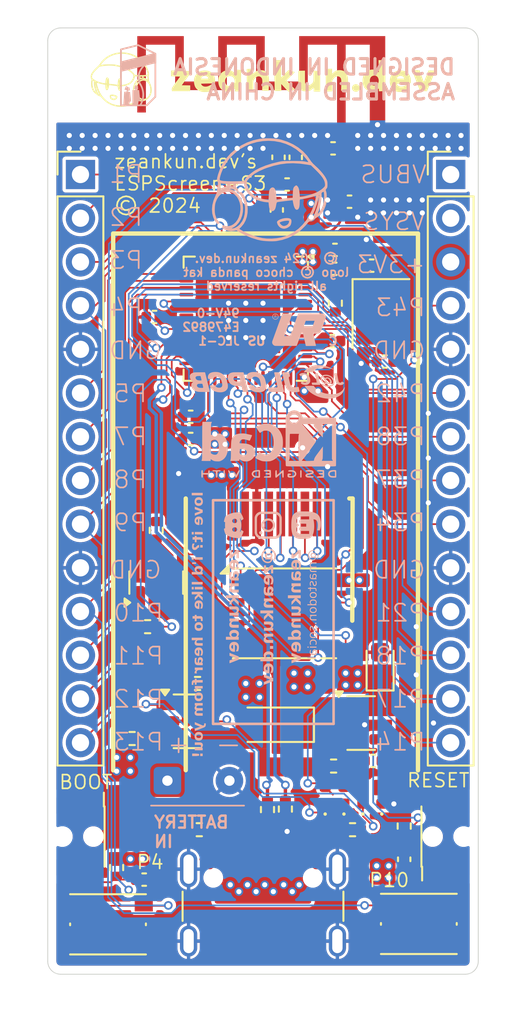
<source format=kicad_pcb>
(kicad_pcb (version 20240108) (generator "pcbnew") (generator_version "8.0")
  (layers (0 "F.Cu" signal) (1 "In1.Cu" signal) (2 "In2.Cu" signal) (31 "B.Cu" signal) (34 "B.Paste" user) (35 "F.Paste" user) (36 "B.SilkS" user "B.Silkscreen") (37 "F.SilkS" user "F.Silkscreen") (38 "B.Mask" user) (39 "F.Mask" user) (44 "Edge.Cuts" user))
  (net 0 "")
  (net 1 "Net-(AE1-FEED)")
  (net 2 "GND")
  (net 3 "+3V3")
  (net 4 "Net-(C6-Pad1)")
  (net 5 "SPIPWR")
  (net 6 "Net-(U1-LNA_IN)")
  (net 7 "Net-(U3-BP)")
  (net 8 "/RESET")
  (net 9 "/BOOT")
  (net 10 "Net-(C17-Pad1)")
  (net 11 "/XOUT")
  (net 12 "Net-(D1-A)")
  (net 13 "Net-(D2-K)")
  (net 14 "Net-(D2-A)")
  (net 15 "Net-(D3-K)")
  (net 16 "VBUS")
  (net 17 "/LCD_SDA")
  (net 18 "/LCD_RES")
  (net 20 "/LCD_CS")
  (net 22 "Net-(DP1-LEDK)")
  (net 23 "/LCD_SCK")
  (net 25 "/LCD_RS")
  (net 27 "Net-(J1-D+-PadA6)")
  (net 29 "Net-(J1-CC2)")
  (net 30 "Net-(J1-D--PadA7)")
  (net 31 "Net-(J1-CC1)")
  (net 32 "Net-(J2-Pin_1)")
  (net 33 "/P2")
  (net 34 "/P8")
  (net 35 "/P11")
  (net 36 "/P9")
  (net 37 "/P10")
  (net 38 "/P5")
  (net 39 "/P7")
  (net 40 "/P1")
  (net 41 "/P12")
  (net 42 "/P3")
  (net 43 "/P4")
  (net 44 "/P13")
  (net 45 "/P17")
  (net 46 "/P37")
  (net 47 "/P21")
  (net 48 "VSYS")
  (net 49 "/P42")
  (net 50 "/P38")
  (net 51 "/P34")
  (net 52 "/P14")
  (net 53 "/P43")
  (net 54 "/P18")
  (net 55 "Net-(Q1-E)")
  (net 56 "Net-(Q1-B)")
  (net 57 "/LCD_BACKLIGHT")
  (net 58 "/USB_DM")
  (net 59 "/USB_DP")
  (net 60 "Net-(U2-PROG)")
  (net 61 "/XIN")
  (net 62 "/FLASH_CLK")
  (net 68 "/FLASH_CS")
  (net 70 "/FLASH_D1")
  (net 71 "/FLASH_D2")
  (net 72 "/FLASH_D0")
  (net 73 "/FLASH_D3")
  (footprint "Connector_PinHeader_2.54mm:PinHeader_1x14_P2.54mm_Vertical" (layer "F.Cu") (at 106.9 35.52)
    (property "Reference" "J4" (hide yes))
    (property "Value" "Conn_01x14")
  )
  (footprint "Package_SON:WSON-8-1EP_6x5mm_P1.27mm_EP3.4x4.3mm" (layer "F.Cu") (at 97.25 61.025)
    (property "Reference" "U4" (hide yes))
    (property "Value" "W25Q32JVZP")
  )
  (footprint "Capacitor_SMD:C_0402_1005Metric" (layer "F.Cu") (at 100.16 41)
    (property "Reference" "C3" (hide yes))
    (property "Value" "1uF")
  )
  (footprint "LOGO" (layer "F.Cu") (at 96 30)
    (property "Reference" "G***" (hide yes))
    (property "Value" "LOGO" (hide yes))
  )
  (footprint "Resistor_SMD:R_0402_1005Metric" (layer "F.Cu") (at 101.2 73.6)
    (property "Reference" "R4" (hide yes))
    (property "Value" "5.1k")
  )
  (footprint "Capacitor_SMD:C_0402_1005Metric" (layer "F.Cu") (at 100.07 34 180)
    (property "Reference" "C12" (hide yes))
    (property "Value" "1.6pF")
  )
  (footprint "Connector_PinHeader_2.54mm:PinHeader_1x14_P2.54mm_Vertical" (layer "F.Cu") (at 85.4 35.52)
    (property "Reference" "J3" (hide yes))
    (property "Value" "Conn_01x14")
  )
  (footprint "Resistor_SMD:R_0402_1005Metric" (layer "F.Cu") (at 100.2 43 -90)
    (property "Reference" "R12" (hide yes))
    (property "Value" "40")
  )
  (footprint "Capacitor_Tantalum_SMD:CP_EIA-1608-08_AVX-J" (layer "F.Cu") (at 102.8 64 90)
    (property "Reference" "C14" (hide yes))
    (property "Value" "2.2uF")
  )
  (footprint "Diode_SMD:D_SOD-123F" (layer "F.Cu") (at 96.75 67.5 180)
    (property "Reference" "D4" (hide yes))
    (property "Value" "MBR120VLSFT1G")
  )
  (footprint "LED_SMD:LED_0402_1005Metric" (layer "F.Cu") (at 99.61 71.6 90)
    (property "Reference" "D1" (hide yes))
    (property "Value" "BLUE")
  )
  (footprint "Resistor_SMD:R_0402_1005Metric" (layer "F.Cu") (at 104.2 73.39 -90)
    (property "Reference" "R11" (hide yes))
    (property "Value" "10k")
  )
  (footprint "Resistor_SMD:R_0402_1005Metric" (layer "F.Cu") (at 92.3 73.6 180)
    (property "Reference" "R3" (hide yes))
    (property "Value" "5.1k")
  )
  (footprint "Capacitor_SMD:C_0402_1005Metric" (layer "F.Cu") (at 89.7 43.8 180)
    (property "Reference" "C7" (hide yes))
    (property "Value" "0.1uF")
  )
  (footprint "LED_SMD:LED_0402_1005Metric" (layer "F.Cu") (at 101.8 71.6 90)
    (property "Reference" "D3" (hide yes))
    (property "Value" "BLUE")
  )
  (footprint "LED_SMD:LED_0402_1005Metric" (layer "F.Cu") (at 100.7 71.6 90)
    (property "Reference" "D2" (hide yes))
    (property "Value" "RED")
  )
  (footprint "Button_Switch_SMD:SW_Push_1P1T_NO_Vertical_Wuerth_434133025816" (layer "F.Cu") (at 87 79.099999 180)
    (property "Reference" "SW4" (hide yes))
    (property "Value" "SW_Push")
  )
  (footprint "Button_Switch_SMD:SW_SPST_EVQP7C" (layer "F.Cu") (at 85.25 74 -90)
    (property "Reference" "SW2" (hide yes))
    (property "Value" "SW_Push")
  )
  (footprint "Capacitor_SMD:C_0402_1005Metric" (layer "F.Cu") (at 100.18 39.9)
    (property "Reference" "C5" (hide yes))
    (property "Value" "10nF")
  )
  (footprint "Capacitor_SMD:C_0402_1005Metric" (layer "F.Cu") (at 100.02 45.2)
    (property "Reference" "C11" (hide yes))
    (property "Value" "0.1uF")
  )
  (footprint "Inductor_SMD:L_0402_1005Metric" (layer "F.Cu") (at 97.894382 37.568114 -90)
    (property "Reference" "L1" (hide yes))
    (property "Value" "2nH")
  )
  (footprint "Capacitor_SMD:C_0402_1005Metric" (layer "F.Cu") (at 103.079985 46.39001 180)
    (property "Reference" "C18" (hide yes))
    (property "Value" "24pF")
  )
  (footprint "Resistor_SMD:R_0402_1005Metric" (layer "F.Cu") (at 89.8 56.2 90)
    (property "Reference" "R1" (hide yes))
    (property "Value" "20")
  )
  (footprint "LED_SMD:LED_0402_1005Metric" (layer "F.Cu") (at 102.9 71.6 90)
    (property "Reference" "D5" (hide yes))
    (property "Value" "GREEN")
  )
  (footprint "Resistor_SMD:R_0402_1005Metric" (layer "F.Cu") (at 92.2 65.1 180)
    (property "Reference" "R9" (hide yes))
    (property "Value" "1.5k")
  )
  (footprint "Resistor_SMD:R_0402_1005Metric" (layer "F.Cu") (at 97.3 72.4 90)
    (property "Reference" "R6" (hide yes))
    (property "Value" "200")
  )
  (footprint "Package_DFN_QFN:QFN-56-1EP_7x7mm_P0.4mm_EP4x4mm" (layer "F.Cu") (at 95 43.9 -90)
    (property "Reference" "U1" (hide yes))
    (property "Value" "ESP32-S3R8")
  )
  (footprint "Resistor_SMD:R_0402_1005Metric" (layer "F.Cu") (at 96.260121 72.429941 90)
    (property "Reference" "R5" (hide yes))
    (property "Value" "200")
  )
  (footprint "Package_TO_SOT_SMD:SOT-23" (layer "F.Cu") (at 89.8 59.2375 90)
    (property "Reference" "Q1" (hide yes))
    (property "Value" "BC807")
  )
  (footprint "Resistor_SMD:R_0402_1005Metric" (layer "F.Cu") (at 87.5 75.8 -90)
    (property "Reference" "R10" (hide yes))
    (property "Value" "10k")
  )
  (footprint "Capacitor_SMD:C_0402_1005Metric" (layer "F.Cu") (at 101.025 37.1)
    (property "Reference" "C9" (hide yes))
    (property "Value" "1.6pF")
  )
  (footprint "Crystal:Crystal_SMD_3225-4Pin_3.2x2.5mm" (layer "F.Cu") (at 102.85 43.6 -90)
    (property "Reference" "Y1" (hide yes))
    (property "Value" "40MHz")
  )
  (footprint "Capacitor_SMD:C_0402_1005Metric" (layer "F.Cu") (at 96.8 37.58 90)
    (property "Reference" "C6" (hide yes))
    (property "Value" "0.1uF")
  )
  (footprint "Package_TO_SOT_SMD:SOT-23-5" (layer "F.Cu") (at 101.7 67.4)
    (property "Reference" "U3" (hide yes))
    (property "Value" "MIC5205-3.3YM5")
  )
  (footprint "Connector_USB:USB_C_Receptacle_GCT_USB4105-xx-A_16P_TopMnt_Horizontal" (layer "F.Cu") (at 96 79)
    (property "Reference" "J1" (hide yes))
    (property "Value" "USB_C_Receptacle_USB2.0_16P")
  )
  (footprint "Button_Switch_SMD:SW_SPST_EVQP7C" (layer "F.Cu") (at 106.75 74 90)
    (property "Reference" "SW3" (hide yes))
    (property "Value" "SW_Push")
  )
  (footprint "Button_Switch_SMD:SW_Push_1P1T_NO_Vertical_Wuerth_434133025816" (layer "F.Cu") (at 105.05 79.075 180)
    (property "Reference" "SW5" (hide yes))
    (property "Value" "SW_Push")
  )
  (footprint "Capacitor_SMD:C_0402_1005Metric" (layer "F.Cu") (at 91.8 50.89 180)
    (property "Reference" "C8" (hide yes))
    (property "Value" "1uF")
  )
  (footprint "Resistor_SMD:R_0402_1005Metric" (layer "F.Cu") (at 88.4 68.3)
    (property "Reference" "R8" (hide yes))
    (property "Value" "4.7k")
  )
  (footprint "Resistor_SMD:R_0402_1005Metric" (layer "F.Cu") (at 89.3 61.8 180)
    (property "Reference" "R2" (hide yes))
    (property "Value" "1k")
  )
  (footprint "RF_Antenna:Texas_SWRA117D_2.4GHz_Left" (layer "F.Cu") (at 100.55 32.625)
    (property "Reference" "AE1" (hide yes))
    (property "Value" "Antenna_Chip")
  )
  (footprint "Misc:N114-2413THBIG01-H13" (layer "F.Cu") (at 96.5 55.15)
    (property "Reference" "DP1" (hide yes))
    (property "Value" "~")
  )
  (footprint "Capacitor_SMD:C_0402_1005Metric" (layer "F.Cu") (at 89.1 76.5)
    (property "Reference" "C15" (hide yes))
    (property "Value" "1uF")
  )
  (footprint "Capacitor_SMD:C_0402_1005Metric" (layer "F.Cu") (at 91.8 49.6)
    (property "Reference" "C10" (hide yes))
    (property "Value" "0.1uF")
  )
  (footprint "Capacitor_SMD:C_0402_1005Metric" (layer "F.Cu") (at 102.4 69.6 180)
    (property "Reference" "C13" (hide yes))
    (property "Value" "470pF")
  )
  (footprint "Capacitor_SMD:C_0402_1005Metric" (layer "F.Cu") (at 96.9 34.52 90)
    (property "Reference" "C1" (hide yes))
    (property "Value" "10uF")
  )
  (footprint "Capacitor_SMD:C_0402_1005Metric" (layer "F.Cu") (at 104.2 75.32 -90)
    (property "Reference" "C16" (hide yes))
    (property "Value" "1uF")
  )
  (footprint "Capacitor_SMD:C_0402_1005Metric" (layer "F.Cu") (at 97.9 34.52 90)
    (property "Reference" "C2" (hide yes))
    (property "Value" "1uF")
  )
  (footprint "Package_TO_SOT_SMD:TSOT-23-6" (layer "F.Cu") (at 91.6125 67.3)
    (property "Reference" "U2" (hide yes))
    (property "Value" "TP4057")
  )
  (footprint "Resistor_SMD:R_0402_1005Metric" (layer "F.Cu") (at 100.1 69.9)
    (property "Reference" "R7" (hide yes))
    (property "Value" "1k")
  )
  (footprint "Capacitor_SMD:C_0402_1005Metric" (layer "F.Cu") (at 97.4 36.1 180)
    (property "Reference" "C4" (hide yes))
    (property "Value" "0.1uF")
  )
  (footprint "Connector_Wire:SolderWire-0.1sqmm_1x02_P3.6mm_D0.4mm_OD1mm" (layer "F.Cu") (at 90.45 70.75)
    (property "Reference" "J2" (hide yes))
    (property "Value" "Battery_Pad")
  )
  (footprint "Capacitor_SMD:C_0402_1005Metric" (layer "F.Cu") (at 102.309947 40.816254)
    (property "Reference" "C17" (hide yes))
    (property "Value" "24pF")
  )
  (footprint "Inductor_SMD:L_0402_1005Metric" (layer "F.Cu") (at 100.55 35.6 90)
    (property "Reference" "L2" (hide yes))
    (property "Value" "2.8nH")
  )
  (footprint "LOGO" (layer "B.Cu") (at 96.4 51.2 180)
    (property "Reference" "G***" (hide yes))
    (property "Value" "LOGO" (hide yes))
  )
  (footprint "LOGO" (layer "B.Cu") (at 96.4 36.4 180)
    (property "Reference" "G***" (hide yes))
    (property "Value" "LOGO" (hide yes))
  )
  (footprint "LOGO" (layer "B.Cu") (at 94.3 55.9 -90)
    (property "Reference" "G***" (hide yes))
    (property "Value" "LOGO" (hide yes))
  )
  (footprint "LOGO" (layer "B.Cu") (at 96.3 55.9 -90)
    (property "Reference" "G***" (hide yes))
    (property "Value" "LOGO" (hide yes))
  )
  (footprint "LOGO" (layer "B.Cu") (at 98.5 55.9 -90)
    (property "Reference" "G***" (hide yes))
    (property "Value" "LOGO" (hide yes))
  )
  (footprint "LOGO" (layer "B.Cu") (at 98.09 44.54 180)
    (property "Reference" "G***" (hide yes))
    (property "Value" "LOGO" (hide yes))
  )
  (footprint "LOGO" (layer "B.Cu") (at 96.2 47.6 180)
    (property "Reference" "G***" (hide yes))
    (property "Value" "LOGO" (hide yes))
  )
  (gr_line (start 100.099999 67.45) (end 93.1 67.45) (stroke (width 0.15)) (layer "B.SilkS"))
  (gr_poly (pts (xy 87.89 31.51) (xy 87.94 30.71) (xy 88.06 30.71) (xy 88.1 30.65) (xy 88.08 30.62) (xy 87.96 30.59) (xy 88.05 30.37) (xy 88.2 30.46) (xy 88.24 30.45) (xy 88.27 30.63) (xy 88.17 30.64) (xy 88.18 30.72) (xy 88.28 30.72) (xy 88.34 31.26) (xy 88.26 31.29) (xy 88.22 31.51) (xy 87.89 31.52)) (fill solid) (layer "B.SilkS"))
  (gr_line (start 93.1 67.45) (end 93.1 54.45) (stroke (width 0.15)) (layer "B.SilkS"))
  (gr_line (start 89.5 72.2) (end 94.9 72.2) (stroke (width 0.1)) (layer "B.SilkS"))
  (gr_line (start 100.099999 54.45) (end 100.099999 67.45) (stroke (width 0.15)) (layer "B.SilkS"))
  (gr_poly (pts (xy 89.25 31.5) (xy 87.75 31.5) (xy 87.75 28.25) (xy 88.75 28) (xy 89.75 28.5) (xy 89.75 31)) (stroke (width 0.1)) (fill none) (layer "B.SilkS"))
  (gr_line (start 91.5 68.7) (end 90.7 68.7) (stroke (width 0.1)) (layer "B.SilkS"))
  (gr_line (start 93.5 68.7) (end 94.5 68.7) (stroke (width 0.1)) (layer "B.SilkS"))
  (gr_line (start 93.1 54.45) (end 100.099999 54.45) (stroke (width 0.15)) (layer "B.SilkS"))
  (gr_poly (pts (xy 89.75 28.5) (xy 87.75 29) (xy 87.75 29.5) (xy 89.75 29)) (stroke (width 0.1)) (fill solid) (layer "B.SilkS"))
  (gr_line (start 90.7 68.7) (end 91.1 68.7) (stroke (width 0.1)) (layer "B.SilkS"))
  (gr_poly (pts (xy 88.42 31.51) (xy 88.42 30.61) (xy 88.58 30.61) (xy 88.59 30.55) (xy 88.51 30.54) (xy 88.52 30.5) (xy 88.55 30.5) (xy 88.56 30.33) (xy 88.74 30.38) (xy 88.74 30.5) (xy 88.76 30.51) (xy 88.75 30.54) (xy 88.73 30.54) (xy 88.72 30.61) (xy 88.81 30.61) (xy 88.87 31.23) (xy 88.77 31.27) (xy 88.74 31.51)) (fill solid) (layer "B.SilkS"))
  (gr_arc (start 88.873775 30.283113) (mid 88.808809 29.648643) (end 89.18 29.130001) (stroke (width 0.1)) (layer "B.SilkS"))
  (gr_arc (start 88.88 30.28) (mid 89.04619 30.88) (end 88.88 31.48) (stroke (width 0.1)) (layer "B.SilkS"))
  (gr_line (start 91.1 68.3) (end 91.1 69.1) (stroke (width 0.1)) (layer "B.SilkS"))
  (gr_arc (start 107.75 27) (mid 108.28033 27.21967) (end 108.5 27.75) (stroke (width 0.05)) (layer "Edge.Cuts"))
  (gr_arc (start 83.5 27.75) (mid 83.71967 27.21967) (end 84.25 27) (stroke (width 0.05)) (layer "Edge.Cuts"))
  (gr_line (start 84.25 27) (end 107.75 27) (stroke (width 0.05)) (layer "Edge.Cuts"))
  (gr_line (start 108.5 27.75) (end 108.5 81.25) (stroke (width 0.05)) (layer "Edge.Cuts"))
  (gr_line (start 107.75 82) (end 84.25 82) (stroke (width 0.05)) (layer "Edge.Cuts"))
  (gr_arc (start 84.25 82) (mid 83.71967 81.78033) (end 83.5 81.25) (stroke (width 0.05)) (layer "Edge.Cuts"))
  (gr_line (start 83.5 81.25) (end 83.5 27.75) (stroke (width 0.05)) (layer "Edge.Cuts"))
  (gr_arc (start 108.5 81.25) (mid 108.28033 81.78033) (end 107.75 82) (stroke (width 0.05)) (layer "Edge.Cuts"))
  (gr_text "P43" (at 105.5 43.25 0) (layer "B.SilkS") (effects (font (size 1 1) (thickness 0.1)) (justify left mirror)))
  (gr_text "+3V3" (at 105.5 40.75 0) (layer "B.SilkS") (effects (font (size 1 1) (thickness 0.1)) (justify left mirror)))
  (gr_text "P12" (at 87.25 66 0) (layer "B.SilkS") (effects (font (size 1 1) (thickness 0.1)) (justify right mirror)))
  (gr_text "C" (at 100.4 45.5 0) (layer "B.SilkS") (effects (font (size 0.5 0.5) (thickness 0.125)) (justify left bottom mirror)))
  (gr_text "BATTERY\nIN" (at 89.6 74.7 0) (layer "B.SilkS") (effects (font (size 0.7 0.7) (thickness 0.14) (bold yes)) (justify right bottom mirror)))
  (gr_text "VBUS" (at 105.57 35.52 0) (layer "B.SilkS") (effects (font (size 1 1) (thickness 0.1)) (justify left mirror)))
  (gr_text "P42" (at 105.5 48.25 0) (layer "B.SilkS") (effects (font (size 1 1) (thickness 0.1)) (justify left mirror)))
  (gr_text "P13" (at 87.25 68.5 0) (layer "B.SilkS") (effects (font (size 1 1) (thickness 0.1)) (justify right mirror)))
  (gr_text "P21" (at 105.5 61 0) (layer "B.SilkS") (effects (font (size 1 1) (thickness 0.1)) (justify left mirror)))
  (gr_text "P34" (at 105.5 55.75 0) (layer "B.SilkS") (effects (font (size 1 1) (thickness 0.1)) (justify left mirror)))
  (gr_text "GND" (at 87 58.5 0) (layer "B.SilkS") (effects (font (size 1 1) (thickness 0.1)) (justify right mirror)))
  (gr_text "P1" (at 87 35.5 0) (layer "B.SilkS") (effects (font (size 1 1) (thickness 0.1)) (justify right mirror)))
  (gr_text "P17" (at 105.5 66 0) (layer "B.SilkS") (effects (font (size 1 1) (thickness 0.1)) (justify left mirror)))
  (gr_text "zeankundev" (at 97.9 57.3 90) (layer "B.SilkS") (effects (font (size 0.7 0.7) (thickness 0.14) (bold yes)) (justify left mirror)))
  (gr_text "GND" (at 87 45.75 0) (layer "B.SilkS") (effects (font (size 1 1) (thickness 0.1)) (justify right mirror)))
  (gr_text "P5" (at 87.25 48.25 0) (layer "B.SilkS") (effects (font (size 1 1) (thickness 0.1)) (justify right mirror)))
  (gr_text "P9" (at 87.25 55.75 0) (layer "B.SilkS") (effects (font (size 1 1) (thickness 0.1)) (justify right mirror)))
  (gr_text "P2" (at 87 38 0) (layer "B.SilkS") (effects (font (size 1 1) (thickness 0.1)) (justify right mirror)))
  (gr_text "GND" (at 105.5 58.5 0) (layer "B.SilkS") (effects (font (size 1 1) (thickness 0.1)) (justify left mirror)))
  (gr_text "DESIGNED IN INDONESIA\nASSEMBLED IN CHINA" (at 107.25 30 0) (layer "B.SilkS") (effects (font (size 0.9 0.9) (thickness 0.18) (bold yes)) (justify left mirror)))
  (gr_text "P8" (at 87.25 53.25 0) (layer "B.SilkS") (effects (font (size 1 1) (thickness 0.1)) (justify right mirror)))
  (gr_text "P4" (at 87 43.25 0) (layer "B.SilkS") (effects (font (size 1 1) (thickness 0.1)) (justify right mirror)))
  (gr_text "@zeankun.dev" (at 96.3 57.2 90) (layer "B.SilkS") (effects (font (size 0.7 0.7) (thickness 0.14) (bold yes)) (justify left mirror)))
  (gr_text "P38" (at 105.5 50.75 0) (layer "B.SilkS") (effects (font (size 1 1) (thickness 0.1)) (justify left mirror)))
  (gr_text "P7" (at 87.25 50.75 0) (layer "B.SilkS") (effects (font (size 1 1) (thickness 0.1)) (justify right mirror)))
  (gr_text "©️ 2024 zeankun.dev.\nlogo ©️ choco panda kat\nall rights reserved" (at 96.2 42.3 0) (layer "B.SilkS") (effects (font (size 0.5 0.5) (thickness 0.1)) (justify bottom mirror)))
  (gr_text "love it? i'd like to hear from you!" (at 92.6 53.95 90) (layer "B.SilkS") (effects (font (size 0.6 0.6) (thickness 0.15) (bold yes)) (justify left bottom mirror)))
  (gr_text "VSYS" (at 105.5 38.25 0) (layer "B.SilkS") (effects (font (size 1 1) (thickness 0.1)) (justify left mirror)))
  (gr_text "94V-0\nE479892\nJLC-1" (at 94.71 44.39 0) (layer "B.SilkS") (effects (font (size 0.5 0.5) (thickness 0.11) (bold yes)) (justify left mirror)))
  (gr_text "GND" (at 105.5 45.75 0) (layer "B.SilkS") (effects (font (size 1 1) (thickness 0.1)) (justify left mirror)))
  (gr_text "US" (at 96.21 45.49 0) (layer "B.SilkS") (effects (font (size 0.5 0.5) (thickness 0.125)) (justify left bottom mirror)))
  (gr_text "P11" (at 87.25 63.5 0) (layer "B.SilkS") (effects (font (size 1 1) (thickness 0.1)) (justify right mirror)))
  (gr_text "P18" (at 105.5 63.5 0) (layer "B.SilkS") (effects (font (size 1 1) (thickness 0.1)) (justify left mirror)))
  (gr_text "zeankundev" (at 94.3 57.3 90) (layer "B.SilkS") (effects (font (size 0.7 0.7) (thickness 0.14) (bold yes)) (justify left mirror)))
  (gr_text "P14" (at 105.5 68.5 0) (layer "B.SilkS") (effects (font (size 1 1) (thickness 0.1)) (justify left mirror)))
  (gr_text "P10" (at 87.25 61 0) (layer "B.SilkS") (effects (font (size 1 1) (thickness 0.1)) (justify right mirror)))
  (gr_text "@mastodon.social" (at 98.9 57.3 90) (layer "B.SilkS") (effects (font (size 0.5 0.5) (thickness 0.0875)) (justify left mirror)))
  (gr_text "P3" (at 87 40.5 0) (layer "B.SilkS") (effects (font (size 1 1) (thickness 0.1)) (justify right mirror)))
  (gr_text "P37" (at 105.5 53.25 0) (layer "B.SilkS") (effects (font (size 1 1) (thickness 0.1)) (justify left mirror)))
  (gr_text "P4" (at 88.6 75.953641 0) (layer "F.SilkS") (effects (font (size 0.8 0.8) (thickness 0.1)) (justify left bottom)))
  (gr_text "BOOT" (at 84.1 71.3 0) (layer "F.SilkS") (effects (font (size 0.8 0.8) (thickness 0.1)) (justify left bottom)))
  (gr_text "RESET" (at 104.3 71.2 0) (layer "F.SilkS") (effects (font (size 0.8 0.8) (thickness 0.1)) (justify left bottom)))
  (gr_text "P10" (at 102.1 77 0) (layer "F.SilkS") (effects (font (size 0.8 0.8) (thickness 0.1)) (justify left bottom)))
  (gr_text "zeankun.dev's \nESPScreen-S3\n© 2024" (at 87.3 37.8 0) (layer "F.SilkS") (effects (font (size 0.8 0.8) (thickness 0.1)) (justify left bottom)))
  (segment (start 100.55 35.115) (end 100.55 34) (width 0.15) (layer "F.Cu") (net 1))
  (segment (start 100.55 34) (end 100.55 32.625) (width 0.15) (layer "F.Cu") (net 1))
  (via (at 94 44) (size 0.5) (drill 0.3) (layers "F.Cu" "B.Cu") (net 2))
  (via (at 99.75 37) (size 0.5) (drill 0.3) (layers "F.Cu" "B.Cu") (net 2))
  (via (at 86.25 33.25) (size 0.5) (drill 0.3) (layers "F.Cu" "B.Cu") (net 2))
  (via (at 102 39.3) (size 0.5) (drill 0.3) (layers "F.Cu" "B.Cu") (net 2))
  (via (at 97.4 73.7) (size 0.5) (drill 0.3) (layers "F.Cu" "B.Cu") (net 2))
  (via (at 90 33.25) (size 0.5) (drill 0.3) (layers "F.Cu" "B.Cu") (net 2))
  (via (at 88.5 33.25) (size 0.5) (drill 0.3) (layers "F.Cu" "B.Cu") (net 2))
  (via (at 107.5 34) (size 0.5) (drill 0.3) (layers "F.Cu" "B.Cu") (net 2))
  (via (at 99.75 37.75) (size 0.5) (drill 0.3) (layers "F.Cu" "B.Cu") (net 2))
  (via (at 89.25 33.25) (size 0.5) (drill 0.3) (layers "F.Cu" "B.Cu") (net 2))
  (via (at 95 45) (size 0.5) (drill 0.3) (layers "F.Cu" "B.Cu") (net 2))
  (via (at 106 33.25) (size 0.5) (drill 0.3) (layers "F.Cu" "B.Cu") (net 2))
  (via (at 97.5 33.25) (size 0.5) (drill 0.3) (layers "F.Cu" "B.Cu") (net 2))
  (via (at 94.5 33.25) (size 0.5) (drill 0.3) (layers "F.Cu" "B.Cu") (net 2))
  (via (at 105.6 52) (size 0.5) (drill 0.3) (layers "F.Cu" "B.Cu") (net 2))
  (via (at 104.5 33.25) (size 0.5) (drill 0.3) (layers "F.Cu" "B.Cu") (net 2))
  (via (at 84.75 34) (size 0.5) (drill 0.3) (layers "F.Cu" "B.Cu") (net 2))
  (via (at 99.75 52.5) (size 0.5) (drill 0.3) (layers "F.Cu" "B.Cu") (net 2))
  (via (at 101.5 34) (size 0.5) (drill 0.3) (layers "F.Cu" "B.Cu") (net 2))
  (via (at 105.9 67.4) (size 0.5) (drill 0.3) (layers "F.Cu" "B.Cu") (net 2))
  (via (at 105.6 54.6) (size 0.5) (drill 0.3) (layers "F.Cu" "B.Cu") (net 2))
  (via (at 105.6 49.4) (size 0.5) (drill 0.3) (layers "F.Cu" "B.Cu") (net 2))
  (via (at 94 43) (size 0.5) (drill 0.3) (layers "F.Cu" "B.Cu") (net 2))
  (via (at 96 43) (size 0.5) (drill 0.3) (layers "F.Cu" "B.Cu") (net 2))
  (via (at 96.75 33.25) (size 0.5) (drill 0.3) (layers "F.Cu" "B.Cu") (net 2))
  (via (at 87.75 34) (size 0.5) (drill 0.3) (layers "F.Cu" "B.Cu") (net 2))
  (via (at 101.9 67.5) (size 0.5) (drill 0.3) (layers "F.Cu" "B.Cu") (net 2))
  (via (at 93 34) (size 0.5) (drill 0.3) (layers "F.Cu" "B.Cu") (net 2))
  (via (at 103 37) (size 0.5) (drill 0.3) (layers "F.Cu" "B.Cu") (net 2))
  (via (at 96 45) (size 0.5) (drill 0.3) (layers "F.Cu" "B.Cu") (net 2))
  (via (at 87 34) (size 0.5) (drill 0.3) (layers "F.Cu" "B.Cu") (net 2))
  (via (at 84.75 33.25) (size 0.5) (drill 0.3) (layers "F.Cu" "B.Cu") (net 2))
  (via (at 107.5 33.25) (size 0.5) (drill 0.3) (layers "F.Cu" "B.Cu") (net 2))
  (via (at 101.7 46.5) (size 0.5) (drill 0.3) (layers "F.Cu" "B.Cu") (net 2))
  (via (at 105.25 37.75) (size 0.5) (drill 0.3) (layers "F.Cu" "B.Cu") (net 2))
  (via (at 94 45) (size 0.5) (drill 0.3) (layers "F.Cu" "B.Cu") (net 2))
  (via (at 105.25 33.25) (size 0.5) (drill 0.3) (layers "F.Cu" "B.Cu") (net 2))
  (via (at 91.1 52.9) (size 0.5) (drill 0.3) (layers "F.Cu" "B.Cu") (net 2))
  (via (at 103.75 37) (size 0.5) (drill 0.3) (layers "F.Cu" "B.Cu") (net 2))
  (via (at 106.75 33.25) (size 0.5) (drill 0.3) (layers "F.Cu" "B.Cu") (net 2))
  (via (at 99 33.25) (size 0.5) (drill 0.3) (layers "F.Cu" "B.Cu") (net 2))
  (via (at 101.5 38) (size 0.5) (drill 0.3) (layers "F.Cu" "B.Cu") (net 2))
  (via (at 106 34) (size 0.5) (drill 0.3) (layers "F.Cu" "B.Cu") (net 2))
  (via (at 104.5 37.75) (size 0.5) (drill 0.3) (layers "F.Cu" "B.Cu") (net 2))
  (via (at 91.5 33.25) (size 0.5) (drill 0.3) (layers "F.Cu" "B.Cu") (net 2))
  (via (at 95 44) (size 0.5) (drill 0.3) (layers "F.Cu" "B.Cu") (net 2))
  (via (at 93 33.25) (size 0.5) (drill 0.3) (layers "F.Cu" "B.Cu") (net 2))
  (via (at 86.25 34) (size 0.5) (drill 0.3) (layers "F.Cu" "B.Cu") (net 2))
  (via (at 91.5 34) (size 0.5) (drill 0.3) (layers "F.Cu" "B.Cu") (net 2))
  (via (at 105.25 34) (size 0.5) (drill 0.3) (layers "F.Cu" "B.Cu") (net 2))
  (via (at 90.75 33.25) (size 0.5) (drill 0.3) (layers "F.Cu" "B.Cu") (net 2))
  (via (at 89.25 34) (size 0.5) (drill 0.3) (layers "F.Cu" "B.Cu") (net 2))
  (via (at 103.75 34) (size 0.5) (drill 0.3) (layers "F.Cu" "B.Cu") (net 2))
  (via (at 95.25 34) (size 0.5) (drill 0.3) (layers "F.Cu" "B.Cu") (net 2))
  (via (at 92.25 34) (size 0.5) (drill 0.3) (layers "F.Cu" "B.Cu") (net 2))
  (via (at 103 34) (size 0.5) (drill 0.3) (layers "F.Cu" "B.Cu") (net 2))
  (via (at 101.5 33.25) (size 0.5) (drill 0.3) (layers "F.Cu" "B.Cu") (net 2))
  (via (at 102.25 37.75) (size 0.5) (drill 0.3) (layers "F.Cu" "B.Cu") (net 2))
  (via (at 102.25 34) (size 0.5) (drill 0.3) (layers "F.Cu" "B.Cu") (net 2))
  (via (at 105.25 37) (size 0.5) (drill 0.3) (layers "F.Cu" "B.Cu") (net 2))
  (via (at 85.5 34) (size 0.5) (drill 0.3) (layers "F.Cu" "B.Cu") (net 2))
  (via (at 96 33.25) (size 0.5) (drill 0.3) (layers "F.Cu" "B.Cu") (net 2))
  (via (at 102.25 37) (size 0.5) (drill 0.3) (layers "F.Cu" "B.Cu") (net 2))
  (via (at 96 34) (size 0.5) (drill 0.3) (layers "F.Cu" "B.Cu") (net 2))
  (via (at 92.25 33.25) (size 0.5) (drill 0.3) (layers "F.Cu" "B.Cu") (net 2))
  (via (at 103 37.75) (size 0.5) (drill 0.3) (layers "F.Cu" "B.Cu") (net 2))
  (via (at 88.5 34) (size 0.5) (drill 0.3) (layers "F.Cu" "B.Cu") (net 2))
  (via (at 99.75 33.25) (size 0.5) (drill 0.3) (layers "F.Cu" "B.Cu") (net 2))
  (via (at 103.6 72.1) (size 0.5) (drill 0.3) (layers "F.Cu" "B.Cu") (net 2))
  (via (at 85.5 33.25) (size 0.5) (drill 0.3) (layers "F.Cu" "B.Cu") (net 2))
  (via (at 104.9 64.6) (size 0.5) (drill 0.3) (layers "F.Cu" "B.Cu") (net 2))
  (via (at 96 44) (size 0.5) (drill 0.3) (layers "F.Cu" "B.Cu") (net 2))
  (via (at 98.25 33.25) (size 0.5) (drill 0.3) (layers "F.Cu" "B.Cu") (net 2))
  (via (at 103.75 37.75) (size 0.5) (drill 0.3) (layers "F.Cu" "B.Cu") (net 2))
  (via (at 103 33.25) (size 0.5) (drill 0.3) (layers "F.Cu" "B.Cu") (net 2))
  (via (at 106.75 34) (size 0.5) (drill 0.3) (layers "F.Cu" "B.Cu") (net 2))
  (via (at 104.9 61.8) (size 0.5) (drill 0.3) (layers "F.Cu" "B.Cu") (net 2))
  (via (at 103.75 33.25) (size 0.5) (drill 0.3) (layers "F.Cu" "B.Cu") (net 2))
  (via (at 87 33.25) (size 0.5) (drill 0.3) (layers "F.Cu" "B.Cu") (net 2))
  (via (at 90.75 34) (size 0.5) (drill 0.3) (layers "F.Cu" "B.Cu") (net 2))
  (via (at 102.25 33.25) (size 0.5) (drill 0.3) (layers "F.Cu" "B.Cu") (net 2))
  (via (at 94.5 34) (size 0.5) (drill 0.3) (layers "F.Cu" "B.Cu") (net 2))
  (via (at 87.75 33.25) (size 0.5) (drill 0.3) (layers "F.Cu" "B.Cu") (net 2))
  (via (at 95 43) (size 0.5) (drill 0.3) (layers "F.Cu" "B.Cu") (net 2))
  (via (at 104.5 34) (size 0.5) (drill 0.3) (layers "F.Cu" "B.Cu") (net 2))
  (via (at 93.75 34) (size 0.5) (drill 0.3) (layers "F.Cu" "B.Cu") (net 2))
  (via (at 95.25 33.25) (size 0.5) (drill 0.3) (layers "F.Cu" "B.Cu") (net 2))
  (via (at 93.75 33.25) (size 0.5) (drill 0.3) (layers "F.Cu" "B.Cu") (net 2))
  (via (at 104.5 37) (size 0.5) (drill 0.3) (layers "F.Cu" "B.Cu") (net 2))
  (via (at 90 34) (size 0.5) (drill 0.3) (layers "F.Cu" "B.Cu") (net 2))
  (via (at 100.8 65.2) (size 0.5) (drill 0.3) (layers "F.Cu" "B.Cu") (net 3))
  (via (at 101.5 64.5) (size 0.5) (drill 0.3) (layers "F.Cu" "B.Cu") (net 3))
  (via (at 98.9 40) (size 0.5) (drill 0.3) (layers "F.Cu" "B.Cu") (net 3))
  (via (at 103.3 75.7) (size 0.5) (drill 0.3) (layers "F.Cu" "B.Cu") (net 3))
  (via (at 102.6 76.4) (size 0.5) (drill 0.3) (layers "F.Cu" "B.Cu") (net 3))
  (via (at 99.2 48.1) (size 0.5) (drill 0.3) (layers "F.Cu" "B.Cu") (net 3))
  (via (at 98.8 38) (size 0.5) (drill 0.3) (layers "F.Cu" "B.Cu") (net 3))
  (via (at 100.8 64.5) (size 0.5) (drill 0.3) (layers "F.Cu" "B.Cu") (net 3))
  (via (at 98.8 37.2) (size 0.5) (drill 0.3) (layers "F.Cu" "B.Cu") (net 3))
  (via (at 98.3 40.6) (size 0.5) (drill 0.3) (layers "F.Cu" "B.Cu") (net 3))
  (via (at 103.3 76.4) (size 0.5) (drill 0.3) (layers "F.Cu" "B.Cu") (net 3))
  (via (at 98.4 47.3) (size 0.5) (drill 0.3) (layers "F.Cu" "B.Cu") (net 3))
  (via (at 93 53) (size 0.5) (drill 0.3) (layers "F.Cu" "B.Cu") (net 3))
  (via (at 102.6 75.7) (size 0.5) (drill 0.3) (layers "F.Cu" "B.Cu") (net 3))
  (via (at 88.3 75.3) (size 0.5) (drill 0.3) (layers "F.Cu" "B.Cu") (net 3))
  (via (at 93.6 53) (size 0.5) (drill 0.3) (layers "F.Cu" "B.Cu") (net 3))
  (via (at 98.9 40.6) (size 0.5) (drill 0.3) (layers "F.Cu" "B.Cu") (net 3))
  (via (at 94.2 53) (size 0.5) (drill 0.3) (layers "F.Cu" "B.Cu") (net 3))
  (via (at 101.5 65.2) (size 0.5) (drill 0.3) (layers "F.Cu" "B.Cu") (net 3))
  (via (at 98.3 40) (size 0.5) (drill 0.3) (layers "F.Cu" "B.Cu") (net 3))
  (via (at 89 75.3) (size 0.5) (drill 0.3) (layers "F.Cu" "B.Cu") (net 3))
  (via (at 98.4 48.1) (size 0.5) (drill 0.3) (layers "F.Cu" "B.Cu") (net 3))
  (segment (start 96.8 38.06) (end 96.94 38.06) (width 0.1) (layer "F.Cu") (net 4))
  (segment (start 96.946886 38.053114) (end 97.894382 38.053114) (width 0.1) (layer "F.Cu") (net 4))
  (segment (start 96.94 38.06) (end 96.946886 38.053114) (width 0.1) (layer "F.Cu") (net 4))
  (segment (start 96.8 40.45) (end 96.8 38.06) (width 0.1) (layer "F.Cu") (net 4))
  (segment (start 97.2 40.45) (end 96.8 40.45) (width 0.1) (layer "F.Cu") (net 4))
  (via (at 93.8 50.6) (size 0.5) (drill 0.3) (layers "F.Cu" "B.Cu") (net 5))
  (via (at 101 59.1) (size 0.5) (drill 0.3) (layers "F.Cu" "B.Cu") (net 5))
  (via (at 93.2 51.2) (size 0.5) (drill 0.3) (layers "F.Cu" "B.Cu") (net 5))
  (via (at 101.6 59.1) (size 0.5) (drill 0.3) (layers "F.Cu" "B.Cu") (net 5))
  (via (at 93.2 50.6) (size 0.5) (drill 0.3) (layers "F.Cu" "B.Cu") (net 5))
  (via (at 93.8 51.2) (size 0.5) (drill 0.3) (layers "F.Cu" "B.Cu") (net 5))
  (segment (start 98.531371 38.9) (end 99.568629 38.9) (width 0.15) (layer "F.Cu") (net 6))
  (segment (start 100.545 37.1) (end 100.545 36.09) (width 0.15) (layer "F.Cu") (net 6))
  (segment (start 100.545 36.09) (end 100.55 36.085) (width 0.15) (layer "F.Cu") (net 6))
  (segment (start 100.540897 37.104103) (end 100.545 37.1) (width 0.15) (layer "F.Cu") (net 6))
  (segment (start 100.545 37.923629) (end 100.545 37.1) (width 0.15) (layer "F.Cu") (net 6))
  (segment (start 100.134315 38.665685) (end 100.310686 38.489314) (width 0.15) (layer "F.Cu") (net 6))
  (segment (start 97.834315 39.265685) (end 97.965686 39.134314) (width 0.15) (layer "F.Cu") (net 6))
  (segment (start 97.6 40.45) (end 97.6 39.831371) (width 0.15) (layer "F.Cu") (net 6))
  (arc (start 100.134315 38.665685) (mid 99.874776 38.839104) (end 99.568629 38.9) (width 0.15) (layer "F.Cu") (net 6))
  (arc (start 98.531371 38.9) (mid 98.225225 38.960896) (end 97.965686 39.134314) (width 0.15) (layer "F.Cu") (net 6))
  (arc (start 100.545 37.923629) (mid 100.484104 38.229775) (end 100.310686 38.489314) (width 0.15) (layer "F.Cu") (net 6))
  (arc (start 97.834315 39.265685) (mid 97.660896 39.525224) (end 97.6 39.831371) (width 0.15) (layer "F.Cu") (net 6))
  (segment (start 102.88 69.6) (end 102.88 68.3925) (width 0.1) (layer "F.Cu") (net 7))
  (segment (start 102.88 68.3925) (end 102.8375 68.35) (width 0.1) (layer "F.Cu") (net 7))
  (segment (start 96.3 40.35) (end 96.4 40.45) (width 0.1) (layer "F.Cu") (net 8))
  (segment (start 85.38 76.65) (end 87.16 76.65) (width 0.1) (layer "F.Cu") (net 8))
  (segment (start 84.53 72.2) (end 85 72.67) (width 0.1) (layer "F.Cu") (net 8))
  (segment (start 87.69 76.5) (end 87.5 76.31) (width 0.1) (layer "F.Cu") (net 8))
  (segment (start 95.65 36.713603) (end 95.65 37.067158) (width 0.1) (layer "F.Cu") (net 8))
  (segment (start 84.53 75.8) (end 85.38 76.65) (width 0.1) (layer "F.Cu") (net 8))
  (segment (start 87.5 76.31) (end 87.5 76.4) (width 0.1) (layer "F.Cu") (net 8))
  (segment (start 87.5 76.4) (end 88.2 77.1) (width 0.1) (layer "F.Cu") (net 8))
  (segment (start 95.65 37.067158) (end 96.3 37.717158) (width 0.1) (layer "F.Cu") (net 8))
  (segment (start 85 72.67) (end 85 75.33) (width 0.1) (layer "F.Cu") (net 8))
  (segment (start 87.16 76.65) (end 87.5 76.31) (width 0.1) (layer "F.Cu") (net 8))
  (segment (start 85 75.33) (end 84.53 75.8) (width 0.1) (layer "F.Cu") (net 8))
  (segment (start 96.3 37.717158) (end 96.3 40.35) (width 0.1) (layer "F.Cu") (net 8))
  (segment (start 88.62 76.5) (end 87.69 76.5) (width 0.1) (layer "F.Cu") (net 8))
  (segment (start 95.336397 36.4) (end 95.65 36.713603) (width 0.1) (layer "F.Cu") (net 8))
  (segment (start 94.7 36.4) (end 95.336397 36.4) (width 0.1) (layer "F.Cu") (net 8))
  (via (at 94.7 36.4) (size 0.5) (drill 0.3) (layers "F.Cu" "B.Cu") (net 8))
  (via (at 88.2 77.1) (size 0.5) (drill 0.3) (layers "F.Cu" "B.Cu") (net 8))
  (segment (start 87.4 70.736397) (end 87.05 70.386397) (width 0.1) (layer "B.Cu") (net 8))
  (segment (start 87.05 70.386397) (end 87.05 39.55) (width 0.1) (layer "B.Cu") (net 8))
  (segment (start 87.4 76.3) (end 87.4 70.736397) (width 0.1) (layer "B.Cu") (net 8))
  (segment (start 88.2 77.1) (end 87.4 76.3) (width 0.1) (layer "B.Cu") (net 8))
  (segment (start 87.05 39.55) (end 90.2 36.4) (width 0.1) (layer "B.Cu") (net 8))
  (segment (start 90.2 36.4) (end 94.7 36.4) (width 0.1) (layer "B.Cu") (net 8))
  (segment (start 104.2 73.9) (end 105 73.1) (width 0.1) (layer "F.Cu") (net 9))
  (segment (start 96 37.7) (end 96 40.45) (width 0.1) (layer "F.Cu") (net 9))
  (segment (start 106.32 73.35) (end 105.45 73.35) (width 0.1) (layer "F.Cu") (net 9))
  (segment (start 107.47 72.2) (end 106.32 73.35) (width 0.1) (layer "F.Cu") (net 9))
  (segment (start 102.4 47.4) (end 103.7 47.4) (width 0.1) (layer "F.Cu") (net 9))
  (segment (start 107.47 75.8) (end 107 75.33) (width 0.1) (layer "F.Cu") (net 9))
  (segment (start 95.2 36.9) (end 96 37.7) (width 0.1) (layer "F.Cu") (net 9))
  (segment (start 107 72.67) (end 107.47 72.2) (width 0.1) (layer "F.Cu") (net 9))
  (segment (start 104.2 74.84) (end 104.2 73.9) (width 0.1) (layer "F.Cu") (net 9))
  (segment (start 105.45 73.35) (end 104.9 73.9) (width 0.1) (layer "F.Cu") (net 9))
  (segment (start 105 73.1) (end 105 72.9) (width 0.1) (layer "F.Cu") (net 9))
  (segment (start 107 75.33) (end 107 72.67) (width 0.1) (layer "F.Cu") (net 9))
  (segment (start 103.7 47.4) (end 104.8 46.3) (width 0.1) (layer "F.Cu") (net 9))
  (segment (start 104.9 73.9) (end 104.2 73.9) (width 0.1) (layer "F.Cu") (net 9))
  (via (at 102.4 47.4) (size 0.5) (drill 0.3) (layers "F.Cu" "B.Cu") (net 9))
  (via (at 105 72.9) (size 0.5) (drill 0.3) (layers "F.Cu" "B.Cu") (net 9))
  (via (at 95.2 36.9) (size 0.5) (drill 0.3) (layers "F.Cu" "B.Cu") (net 9))
  (via (at 104.8 46.3) (size 0.5) (drill 0.3) (layers "F.Cu" "B.Cu") (net 9))
  (segment (start 98.936397 36.7) (end 95.4 36.7) (width 0.1) (layer "B.Cu") (net 9))
  (segment (start 99.75 38.5) (end 99.25 38) (width 0.1) (layer "B.Cu") (net 9))
  (segment (start 102.4 72.017157) (end 102.4 47.4) (width 0.1) (layer "B.Cu") (net 9))
  (segment (start 103.282843 72.9) (end 102.4 72.017157) (width 0.1) (layer "B.Cu") (net 9))
  (segment (start 95.4 36.7) (end 95.2 36.9) (width 0.1) (layer "B.Cu") (net 9))
  (segment (start 104.8 41.463603) (end 101.836397 38.5) (width 0.1) (layer "B.Cu") (net 9))
  (segment (start 99.25 37.013603) (end 98.936397 36.7) (width 0.1) (layer "B.Cu") (net 9))
  (segment (start 105 72.9) (end 103.282843 72.9) (width 0.1) (layer "B.Cu") (net 9))
  (segment (start 99.25 38) (end 99.25 37.013603) (width 0.1) (layer "B.Cu") (net 9))
  (segment (start 104.8 46.3) (end 104.8 41.463603) (width 0.1) (layer "B.Cu") (net 9))
  (segment (start 101.836397 38.5) (end 99.75 38.5) (width 0.1) (layer "B.Cu") (net 9))
  (segment (start 101.85 42.5) (end 101.829947 42.479947) (width 0.1) (layer "F.Cu") (net 10))
  (segment (start 101.829947 42.479947) (end 101.829947 40.816254) (width 0.1) (layer "F.Cu") (net 10))
  (segment (start 101.84 42.49) (end 101.85 42.5) (width 0.1) (layer "F.Cu") (net 10))
  (segment (start 100.2 42.49) (end 101.84 42.49) (width 0.1) (layer "F.Cu") (net 10))
  (segment (start 103.559985 44.709985) (end 103.55 44.7) (width 0.1) (layer "F.Cu") (net 11))
  (segment (start 99.2 42.824264) (end 99.2 43.424264) (width 0.1) (layer "F.Cu") (net 11))
  (segment (start 98.45 42.5) (end 98.875736 42.5) (width 0.1) (layer "F.Cu") (net 11))
  (segment (start 103.559985 46.39001) (end 103.559985 44.709985) (width 0.1) (layer "F.Cu") (net 11))
  (segment (start 98.875736 42.5) (end 99.2 42.824264) (width 0.1) (layer "F.Cu") (net 11))
  (segment (start 99.2 43.424264) (end 99.875736 44.1) (width 0.1) (layer "F.Cu") (net 11))
  (segment (start 103.55 44.55) (end 103.55 44.7) (width 0.1) (layer "F.Cu") (net 11))
  (segment (start 101.2 43.6) (end 102.6 43.6) (width 0.1) (layer "F.Cu") (net 11))
  (segment (start 102.6 43.6) (end 103.55 44.55) (width 0.1) (layer "F.Cu") (net 11))
  (segment (start 100.7 44.1) (end 101.2 43.6) (width 0.1) (layer "F.Cu") (net 11))
  (segment (start 99.875736 44.1) (end 100.7 44.1) (width 0.1) (layer "F.Cu") (net 11))
  (segment (start 99.61 71.115) (end 100.055 71.56) (width 0.1) (layer "F.Cu") (net 12))
  (segment (start 100.055 71.56) (end 99.395 70.9) (width 0.1) (layer "F.Cu") (net 12))
  (segment (start 100.5 50.2) (end 99.6 49.3) (width 0.1) (layer "F.Cu") (net 12))
  (segment (start 99.6 49.3) (end 99.5 49.3) (width 0.1) (layer "F.Cu") (net 12))
  (segment (start 99.395 70.9) (end 98.6 70.9) (width 0.1) (layer "F.Cu") (net 12))
  (segment (start 96 47.35) (end 96 46.7) (width 0.1) (layer "F.Cu") (net 12))
  (via (at 100.5 50.2) (size 0.5) (drill 0.3) (layers "F.Cu" "B.Cu") (net 12))
  (via (at 98.6 70.9) (size 0.5) (drill 0.3) (layers "F.Cu" "B.Cu") (net 12))
  (via (at 99.5 49.3) (size 0.5) (drill 0.3) (layers "F.Cu" "B.Cu") (net 12))
  (via (at 96 46.7) (size 0.5) (drill 0.3) (layers "F.Cu" "B.Cu") (net 12))
  (segment (start 99.95 65.65) (end 101.686397 65.65) (width 0.1) (layer "B.Cu") (net 12))
  (segment (start 102.05 51.75) (end 100.5 50.2) (width 0.1) (layer "B.Cu") (net 12))
  (segment (start 96.4 46.7) (end 96 46.7) (width 0.1) (layer "B.Cu") (net 12))
  (segment (start 102.05 65.286397) (end 102.05 51.75) (width 0.1) (layer "B.Cu") (net 12))
  (segment (start 99.5 49.3) (end 98.963603 49.3) (width 0.1) (layer "B.Cu") (net 12))
  (segment (start 99.817158 45.1) (end 98 45.1) (width 0.1) (layer "B.Cu") (net 12))
  (segment (start 97.95 47.113603) (end 98.213603 46.85) (width 0.1) (layer "B.Cu") (net 12))
  (segment (start 98.963603 49.3) (end 97.95 48.286397) (width 0.1) (layer "B.Cu") (net 12))
  (segment (start 98.213603 46.85) (end 99.85 46.85) (width 0.1) (layer "B.Cu") (net 12))
  (segment (start 100.5 46.2) (end 100.5 45.782842) (width 0.1) (layer "B.Cu") (net 12))
  (segment (start 98.6 70.9) (end 98.6 67) (width 0.1) (layer "B.Cu") (net 12))
  (segment (start 98.6 67) (end 99.95 65.65) (width 0.1) (layer "B.Cu") (net 12))
  (segment (start 98 45.1) (end 96.4 46.7) (width 0.1) (layer "B.Cu") (net 12))
  (segment (start 99.85 46.85) (end 100.5 46.2) (width 0.1) (layer "B.Cu") (net 12))
  (segment (start 101.686397 65.65) (end 102.05 65.286397) (width 0.1) (layer "B.Cu") (net 12))
  (segment (start 97.95 48.286397) (end 97.95 47.113603) (width 0.1) (layer "B.Cu") (net 12))
  (segment (start 100.5 45.782842) (end 99.817158 45.1) (width 0.1) (layer "B.Cu") (net 12))
  (segment (start 100.7 72.085) (end 100.185 72.6) (width 0.1) (layer "F.Cu") (net 13))
  (segment (start 100.185 72.6) (end 98.7 72.6) (width 0.1) (layer "F.Cu") (net 13))
  (segment (start 89.25 66.35) (end 89.2 66.3) (width 0.1) (layer "F.Cu") (net 13))
  (segment (start 90.475 66.35) (end 89.25 66.35) (width 0.1) (layer "F.Cu") (net 13))
  (via (at 89.2 66.3) (size 0.5) (drill 0.3) (layers "F.Cu" "B.Cu") (net 13))
  (via (at 98.7 72.6) (size 0.5) (drill 0.3) (layers "F.Cu" "B.Cu") (net 13))
  (segment (start 95.5 69.082842) (end 94.517158 68.1) (width 0.1) (layer "B.Cu") (net 13))
  (segment (start 98.7 72.6) (end 98.7 72.2) (width 0.1) (layer "B.Cu") (net 13))
  (segment (start 98.7 72.2) (end 98.2 71.7) (width 0.1) (layer "B.Cu") (net 13))
  (segment (start 98.2 71.7) (end 95.98076 71.7) (width 0.1) (layer "B.Cu") (net 13))
  (segment (start 92 68.1) (end 90.2 66.3) (width 0.1) (layer "B.Cu") (net 13))
  (segment (start 94.517158 68.1) (end 92 68.1) (width 0.1) (layer "B.Cu") (net 13))
  (segment (start 90.2 66.3) (end 89.2 66.3) (width 0.1) (layer "B.Cu") (net 13))
  (segment (start 95.5 71.21924) (end 95.5 69.082842) (width 0.1) (layer "B.Cu") (net 13))
  (segment (start 95.98076 71.7) (end 95.5 71.21924) (width 0.1) (layer "B.Cu") (net 13))
  (segment (start 101.8 71.115) (end 100.7 71.115) (width 0.1) (layer "F.Cu") (net 14))
  (segment (start 100.61 71.025) (end 100.7 71.115) (width 0.1) (layer "F.Cu") (net 14))
  (segment (start 100.61 69.9) (end 100.61 71.025) (width 0.1) (layer "F.Cu") (net 14))
  (segment (start 102.4 73.4) (end 101.8 72.8) (width 0.1) (layer "F.Cu") (net 15))
  (segment (start 92.75 67.3) (end 93.8 67.3) (width 0.1) (layer "F.Cu") (net 15))
  (segment (start 93.8 67.3) (end 93.9 67.2) (width 0.1) (layer "F.Cu") (net 15))
  (segment (start 101.8 72.8) (end 101.8 72.085) (width 0.1) (layer "F.Cu") (net 15))
  (via (at 93.9 67.2) (size 0.5) (drill 0.3) (layers "F.Cu" "B.Cu") (net 15))
  (via (at 102.4 73.4) (size 0.5) (drill 0.3) (layers "F.Cu" "B.Cu") (net 15))
  (segment (start 96.063603 71.5) (end 95.75 71.186397) (width 0.1) (layer "B.Cu") (net 15))
  (segment (start 100.7 71.5) (end 96.063603 71.5) (width 0.1) (layer "B.Cu") (net 15))
  (segment (start 95.75 69.05) (end 93.9 67.2) (width 0.1) (layer "B.Cu") (net 15))
  (segment (start 102.4 73.4) (end 102.4 73.2) (width 0.1) (layer "B.Cu") (net 15))
  (segment (start 102.4 73.2) (end 100.7 71.5) (width 0.1) (layer "B.Cu") (net 15))
  (segment (start 95.75 71.186397) (end 95.75 69.05) (width 0.1) (layer "B.Cu") (net 15))
  (via (at 97.7 77.2) (size 0.5) (drill 0.3) (layers "F.Cu" "B.Cu") (net 16))
  (via (at 97.2 76.8) (size 0.5) (drill 0.3) (layers "F.Cu" "B.Cu") (net 16))
  (via (at 95.6 77.2) (size 0.5) (drill 0.3) (layers "F.Cu" "B.Cu") (net 16))
  (via (at 95.8 65.9) (size 0.5) (drill 0.3) (layers "F.Cu" "B.Cu") (net 16))
  (via (at 87.5 69.4) (size 0.5) (drill 0.3) (layers "F.Cu" "B.Cu") (net 16))
  (via (at 94.1 76.8) (size 0.5) (drill 0.3) (layers "F.Cu" "B.Cu") (net 16))
  (via (at 95.8 65.1) (size 0.5) (drill 0.3) (layers "F.Cu" "B.Cu") (net 16))
  (via (at 88.3 70.2) (size 0.5) (drill 0.3) (layers "F.Cu" "B.Cu") (net 16))
  (via (at 98.1 76.8) (size 0.5) (drill 0.3) (layers "F.Cu" "B.Cu") (net 16))
  (via (at 88.3 69.4) (size 0.5) (drill 0.3) (layers "F.Cu" "B.Cu") (net 16))
  (via (at 95 65.9) (size 0.5) (drill 0.3) (layers "F.Cu" "B.Cu") (net 16))
  (via (at 94.6 77.2) (size 0.5) (drill 0.3) (layers "F.Cu" "B.Cu") (net 16))
  (via (at 96.6 77.2) (size 0.5) (drill 0.3) (layers "F.Cu" "B.Cu") (net 16))
  (via (at 95.1 76.8) (size 0.5) (drill 0.3) (layers "F.Cu" "B.Cu") (net 16))
  (via (at 87.5 70.2) (size 0.5) (drill 0.3) (layers "F.Cu" "B.Cu") (net 16))
  (via (at 95 65.1) (size 0.5) (drill 0.3) (layers "F.Cu" "B.Cu") (net 16))
  (via (at 96.1 76.8) (size 0.5) (drill 0.3) (layers "F.Cu" "B.Cu") (net 16))
  (segment (start 99.134 55.25) (end 99.134 57.384) (width 0.1) (layer "F.Cu") (net 17))
  (segment (start 99.134 57.384) (end 99.15 57.4) (width 0.1) (layer "F.Cu") (net 17))
  (segment (start 96.8 47.35) (end 96.8 48.5) (width 0.1) (layer "F.Cu") (net 17))
  (via (at 96.8 48.5) (size 0.5) (drill 0.3) (layers "F.Cu" "B.Cu") (net 17))
  (via (at 99.15 57.4) (size 0.5) (drill 0.3) (layers "F.Cu" "B.Cu") (net 17))
  (segment (start 99.15 57.4) (end 99.15 53.45) (width 0.1) (layer "B.Cu") (net 17))
  (segment (start 99.15 53.45) (end 96.8 51.1) (width 0.1) (layer "B.Cu") (net 17))
  (segment (start 96.8 51.1) (end 96.8 48.5) (width 0.1) (layer "B.Cu") (net 17))
  (segment (start 98.992893 45.7) (end 98.45 45.7) (width 0.1) (layer "F.Cu") (net 18))
  (segment (start 99.192893 45.9) (end 98.992893 45.7) (width 0.1) (layer "F.Cu") (net 18))
  (segment (start 99.853553 45.946447) (end 99.853553 45.946446) (width 0.1) (layer "F.Cu") (net 18))
  (segment (start 99.807107 45.9) (end 99.192893 45.9) (width 0.1) (layer "F.Cu") (net 18))
  (segment (start 97.034 55.25) (end 97.034 57.766) (width 0.1) (layer "F.Cu") (net 18))
  (segment (start 97.034 57.766) (end 97 57.8) (width 0.1) (layer "F.Cu") (net 18))
  (segment (start 99.853553 45.946446) (end 99.807107 45.9) (width 0.1) (layer "F.Cu") (net 18))
  (via (at 99.853553 45.946447) (size 0.5) (drill 0.3) (layers "F.Cu" "B.Cu") (net 18))
  (via (at 97 57.8) (size 0.5) (drill 0.3) (layers "F.Cu" "B.Cu") (net 18))
  (segment (start 99.853553 45.946447) (end 98.353553 45.946447) (width 0.1) (layer "B.Cu") (net 18))
  (segment (start 96.3 51.5) (end 97 52.2) (width 0.1) (layer "B.Cu") (net 18))
  (segment (start 96.15 48.15) (end 96.15 48.769239) (width 0.1) (layer "B.Cu") (net 18))
  (segment (start 97 52.2) (end 97 57.8) (width 0.1) (layer "B.Cu") (net 18))
  (segment (start 98.353553 45.946447) (end 96.15 48.15) (width 0.1) (layer "B.Cu") (net 18))
  (segment (start 96.3 48.919239) (end 96.3 51.5) (width 0.1) (layer "B.Cu") (net 18))
  (segment (start 96.15 48.769239) (end 96.3 48.919239) (width 0.1) (layer "B.Cu") (net 18))
  (segment (start 93.6 40.45) (end 93.6 38.6) (width 0.1) (layer "F.Cu") (net 20))
  (segment (start 93.6 38.6) (end 93.5 38.5) (width 0.1) (layer "F.Cu") (net 20))
  (segment (start 96.334 55.25) (end 96.334 57.366) (width 0.1) (layer "F.Cu") (net 20))
  (segment (start 96.334 57.366) (end 96.3 57.4) (width 0.1) (layer "F.Cu") (net 20))
  (via (at 93.5 38.5) (size 0.5) (drill 0.3) (layers "F.Cu" "B.Cu") (net 20))
  (via (at 96.3 57.4) (size 0.5) (drill 0.3) (layers "F.Cu" "B.Cu") (net 20))
  (segment (start 88.2 42.468629) (end 88.2 44.98995) (width 0.1) (layer "B.Cu") (net 20))
  (segment (start 95.050345 47.4) (end 95.95 48.299655) (width 0.1) (layer "B.Cu") (net 20))
  (segment (start 95.95 48.299655) (end 95.95 51.432843) (width 0.1) (layer "B.Cu") (net 20))
  (segment (start 90.4 46.6) (end 90.9 47.1) (width 0.1) (layer "B.Cu") (net 20))
  (segment (start 90.9 49.4) (end 91.4 49.9) (width 0.1) (layer "B.Cu") (net 20))
  (segment (start 96.2 51.682843) (end 96.2 57.3) (width 0.1) (layer "B.Cu") (net 20))
  (segment (start 92.16863 38.5) (end 88.284315 42.384315) (width 0.1) (layer "B.Cu") (net 20))
  (segment (start 88.284315 42.384315) (end 88.2 42.468629) (width 0.1) (layer "B.Cu") (net 20))
  (segment (start 88.2 44.98995) (end 89.81005 46.6) (width 0.1) (layer "B.Cu") (net 20))
  (segment (start 95.95 51.432843) (end 96.2 51.682843) (width 0.1) (layer "B.Cu") (net 20))
  (segment (start 90.9 47.1) (end 90.9 49.4) (width 0.1) (layer "B.Cu") (net 20))
  (segment (start 93.3 47.4) (end 95.050345 47.4) (width 0.1) (layer "B.Cu") (net 20))
  (segment (start 92.9 49.3) (end 92.9 47.8) (width 0.1) (layer "B.Cu") (net 20))
  (segment (start 92.3 49.9) (end 92.9 49.3) (width 0.1) (layer "B.Cu") (net 20))
  (segment (start 92.9 47.8) (end 93.3 47.4) (width 0.1) (layer "B.Cu") (net 20))
  (segment (start 91.4 49.9) (end 92.3 49.9) (width 0.1) (layer "B.Cu") (net 20))
  (segment (start 96.2 57.3) (end 96.3 57.4) (width 0.1) (layer "B.Cu") (net 20))
  (segment (start 93.5 38.5) (end 92.16863 38.5) (width 0.1) (layer "B.Cu") (net 20))
  (segment (start 89.81005 46.6) (end 90.4 46.6) (width 0.1) (layer "B.Cu") (net 20))
  (segment (start 89.8 55.69) (end 91.71 57.6) (width 0.1) (layer "F.Cu") (net 22))
  (segment (start 93.534 57.066) (end 93.534 55.25) (width 0.1) (layer "F.Cu") (net 22))
  (segment (start 93 57.6) (end 93.534 57.066) (width 0.1) (layer "F.Cu") (net 22))
  (segment (start 91.71 57.6) (end 93 57.6) (width 0.1) (layer "F.Cu") (net 22))
  (segment (start 97.2 48.192893) (end 97.2 47.35) (width 0.1) (layer "F.Cu") (net 23))
  (segment (start 97.3 48.7599) (end 97.3 48.292893) (width 0.1) (layer "F.Cu") (net 23))
  (segment (start 97.400248 48.860148) (end 97.3 48.7599) (width 0.1) (layer "F.Cu") (net 23))
  (segment (start 98.434 55.25) (end 98.434 57.784) (width 0.1) (layer "F.Cu") (net 23))
  (segment (start 98.434 57.784) (end 98.45 57.8) (width 0.1) (layer "F.Cu") (net 23))
  (segment (start 97.3 48.292893) (end 97.2 48.192893) (width 0.1) (layer "F.Cu") (net 23))
  (via (at 97.400248 48.860148) (size 0.5) (drill 0.3) (layers "F.Cu" "B.Cu") (net 23))
  (via (at 98.45 57.8) (size 0.5) (drill 0.3) (layers "F.Cu" "B.Cu") (net 23))
  (segment (start 99.6 53.617158) (end 99.6 57.6) (width 0.1) (layer "B.Cu") (net 23))
  (segment (start 97.400248 48.860148) (end 97.400248 51.417406) (width 0.1) (layer "B.Cu") (net 23))
  (segment (start 97.400248 51.417406) (end 99.6 53.617158) (width 0.1) (layer "B.Cu") (net 23))
  (segment (start 99.35 57.85) (end 98.5 57.85) (width 0.1) (layer "B.Cu") (net 23))
  (segment (start 99.6 57.6) (end 99.35 57.85) (width 0.1) (layer "B.Cu") (net 23))
  (segment (start 98.5 57.85) (end 98.45 57.8) (width 0.1) (layer "B.Cu") (net 23))
  (segment (start 98.968629 46.1) (end 98.45 46.1) (width 0.1) (layer "F.Cu") (net 25))
  (segment (start 97.734 57.384) (end 97.75 57.4) (width 0.1) (layer "F.Cu") (net 25))
  (segment (start 99.11889 46.2) (end 99.068629 46.2) (width 0.1) (layer "F.Cu") (net 25))
  (segment (start 97.734 55.25) (end 97.734 57.384) (width 0.1) (layer "F.Cu") (net 25))
  (segment (start 99.068629 46.2) (end 98.968629 46.1) (width 0.1) (layer "F.Cu") (net 25))
  (segment (start 99.31889 46.4) (end 99.11889 46.2) (width 0.1) (layer "F.Cu") (net 25))
  (via (at 97.75 57.4) (size 0.5) (drill 0.3) (layers "F.Cu" "B.Cu") (net 25))
  (via (at 99.31889 46.4) (size 0.5) (drill 0.3) (layers "F.Cu" "B.Cu") (net 25))
  (segment (start 96.5 51.3) (end 96.5 48.836397) (width 0.1) (layer "B.Cu") (net 25))
  (segment (start 97.75 52.55) (end 96.5 51.3) (width 0.1) (layer "B.Cu") (net 25))
  (segment (start 97.75 57.4) (end 97.75 52.55) (width 0.1) (layer "B.Cu") (net 25))
  (segment (start 96.35 48.25) (end 98.2 46.4) (width 0.1) (layer "B.Cu") (net 25))
  (segment (start 98.2 46.4) (end 99.31889 46.4) (width 0.1) (layer "B.Cu") (net 25))
  (segment (start 96.35 48.686397) (end 96.35 48.25) (width 0.1) (layer "B.Cu") (net 25))
  (segment (start 96.5 48.836397) (end 96.35 48.686397) (width 0.1) (layer "B.Cu") (net 25))
  (segment (start 96.75 73.46) (end 96.75 75.32) (width 0.1) (layer "F.Cu") (net 27))
  (segment (start 95.75 75.894999) (end 96.000001 76.145) (width 0.1) (layer "F.Cu") (net 27))
  (segment (start 96.505 76.145) (end 96.75 75.9) (width 0.1) (layer "F.Cu") (net 27))
  (segment (start 95.75 75.32) (end 95.75 75.894999) (width 0.1) (layer "F.Cu") (net 27))
  (segment (start 97.3 72.91) (end 96.75 73.46) (width 0.1) (layer "F.Cu") (net 27))
  (segment (start 96.75 75.9) (end 96.75 75.32) (width 0.1) (layer "F.Cu") (net 27))
  (segment (start 96.000001 76.145) (end 96.505 76.145) (width 0.1) (layer "F.Cu") (net 27))
  (segment (start 98.5 73.6) (end 100.69 73.6) (width 0.15) (layer "F.Cu") (net 29))
  (segment (start 97.75 74.35) (end 98.5 73.6) (width 0.15) (layer "F.Cu") (net 29))
  (segment (start 97.75 75.32) (end 97.75 74.35) (width 0.15) (layer "F.Cu") (net 29))
  (segment (start 96.260121 72.939941) (end 96.260121 74.5) (width 0.1) (layer "F.Cu") (net 30))
  (segment (start 96.260121 74.5) (end 96.260121 75.309879) (width 0.1) (layer "F.Cu") (net 30))
  (segment (start 95.25 74.745001) (end 95.500001 74.495) (width 0.1) (layer "F.Cu") (net 30))
  (segment (start 96.260121 75.309879) (end 96.25 75.32) (width 0.1) (layer "F.Cu") (net 30))
  (segment (start 95.500001 74.495) (end 96.255121 74.495) (width 0.1) (layer "F.Cu") (net 30))
  (segment (start 96.255121 74.495) (end 96.260121 74.5) (width 0.1) (layer "F.Cu") (net 30))
  (segment (start 95.25 75.32) (end 95.25 74.745001) (width 0.1) (layer "F.Cu") (net 30))
  (segment (start 94.75 75.32) (end 94.75 74.55) (width 0.15) (layer "F.Cu") (net 31))
  (segment (start 94.75 74.55) (end 93.8 73.6) (width 0.15) (layer "F.Cu") (net 31))
  (segment (start 93.8 73.6) (end 92.81 73.6) (width 0.15) (layer "F.Cu") (net 31))
  (segment (start 92.995736 35.82) (end 87.64 35.82) (width 0.1) (layer "F.Cu") (net 33))
  (segment (start 87.64 35.82) (end 85.4 38.06) (width 0.1) (layer "F.Cu") (net 33))
  (segment (start 95.2 40.45) (end 95.2 38.024264) (width 0.1) (layer "F.Cu") (net 33))
  (segment (start 95.2 38.024264) (end 92.995736 35.82) (width 0.1) (layer "F.Cu") (net 33))
  (segment (start 87.2 51.5) (end 85.4 53.3) (width 0.1) (layer "F.Cu") (net 34))
  (segment (start 92.8 40.45) (end 92.8 39.124264) (width 0.1) (layer "F.Cu") (net 34))
  (segment (start 87.2 41.897056) (end 87.2 51.5) (width 0.1) (layer "F.Cu") (net 34))
  (segment (start 92.275736 38.6) (end 90.497056 38.6) (width 0.1) (layer "F.Cu") (net 34))
  (segment (start 90.497056 38.6) (end 87.2 41.897056) (width 0.1) (layer "F.Cu") (net 34))
  (segment (start 92.8 39.124264) (end 92.275736 38.6) (width 0.1) (layer "F.Cu") (net 34))
  (segment (start 88.387004 41.7) (end 87.8 42.287004) (width 0.1) (layer "F.Cu") (net 35))
  (segment (start 91.55 41.7) (end 88.387004 41.7) (width 0.1) (layer "F.Cu") (net 35))
  (segment (start 87.8 42.287004) (end 87.8 61.06) (width 0.1) (layer "F.Cu") (net 35))
  (segment (start 87.8 61.06) (end 85.4 63.46) (width 0.1) (layer "F.Cu") (net 35))
  (segment (start 92.151472 38.9) (end 90.62132 38.9) (width 0.1) (layer "F.Cu") (net 36))
  (segment (start 90.62132 38.9) (end 87.4 42.12132) (width 0.1) (layer "F.Cu") (net 36))
  (segment (start 87.4 53.84) (end 85.4 55.84) (width 0.1) (layer "F.Cu") (net 36))
  (segment (start 92.4 40.45) (end 92.4 39.148528) (width 0.1) (layer "F.Cu") (net 36))
  (segment (start 87.4 42.12132) (end 87.4 53.84) (width 0.1) (layer "F.Cu") (net 36))
  (segment (start 92.4 39.148528) (end 92.151472 38.9) (width 0.1) (layer "F.Cu") (net 36))
  (segment (start 85.4 55.84) (end 86.65 57.09) (width 0.1) (layer "B.Cu") (net 36))
  (segment (start 86.65 57.09) (end 86.65 57.6) (width 0.1) (layer "B.Cu") (net 36))
  (segment (start 103 78) (end 107.125 78) (width 0.1) (layer "F.Cu") (net 37))
  (segment (start 88.504162 41.3) (end 87.6 42.204162) (width 0.1) (layer "F.Cu") (net 37))
  (segment (start 87.6 58.72) (end 85.4 60.92) (width 0.1) (layer "F.Cu") (net 37))
  (segment (start 103 78) (end 101.9 78) (width 0.1) (layer "F.Cu") (net 37))
  (segment (start 91.55 41.3) (end 88.504162 41.3) (width 0.1) (layer "F.Cu") (net 37))
  (segment (start 87.6 42.204162) (end 87.6 58.72) (width 0.1) (layer "F.Cu") (net 37))
  (via (at 101.9 78) (size 0.5) (drill 0.3) (layers "F.Cu" "B.Cu") (net 37))
  (segment (start 85.97 60.92) (end 85.4 60.92) (width 0.1) (layer "B.Cu") (net 37))
  (segment (start 87 77.51924) (end 87 70.902083) (width 0.1) (layer "B.Cu") (net 37))
  (segment (start 86.65 61.6) (end 85.97 60.92) (width 0.1) (layer "B.Cu") (net 37))
  (segment (start 87 70.902083) (end 86.65 70.552083) (width 0.1) (layer "B.Cu") (net 37))
  (segment (start 87.93076 78.45) (end 87 77.51924) (width 0.1) (layer "B.Cu") (net 37))
  (segment (start 91.136397 78) (end 90.686397 78.45) (width 0.1) (layer "B.Cu") (net 37))
  (segment (start 86.65 70.552083) (end 86.65 61.6) (width 0.1) (layer "B.Cu") (net 37))
  (segment (start 101.9 78) (end 91.136397 78) (width 0.1) (layer "B.Cu") (net 37))
  (segment (start 90.686397 78.45) (end 87.93076 78.45) (width 0.1) (layer "B.Cu") (net 37))
  (segment (start 91.048528 37.2) (end 86.8 41.448528) (width 0.1) (layer "F.Cu") (net 38))
  (segment (start 94 40.45) (end 94 38.097056) (width 0.1) (layer "F.Cu") (net 38))
  (segment (start 86.8 41.448528) (end 86.8 42.882843) (width 0.1) (layer "F.Cu") (net 38))
  (segment (start 94 38.097056) (end 93.102944 37.2) (width 0.1) (layer "F.Cu") (net 38))
  (segment (start 86.8 42.882843) (end 86.7 42.982843) (width 0.1) (layer "F.Cu") (net 38))
  (segment (start 93.102944 37.2) (end 91.048528 37.2) (width 0.1) (layer "F.Cu") (net 38))
  (segment (start 86.7 46.92) (end 85.4 48.22) (width 0.1) (layer "F.Cu") (net 38))
  (segment (start 86.7 42.982843) (end 86.7 46.92) (width 0.1) (layer "F.Cu") (net 38))
  (segment (start 93.2 40.45) (end 93.2 39.1) (width 0.1) (layer "F.Cu") (net 39))
  (segment (start 92.4 38.3) (end 90.372792 38.3) (width 0.1) (layer "F.Cu") (net 39))
  (segment (start 93.2 39.1) (end 92.4 38.3) (width 0.1) (layer "F.Cu") (net 39))
  (segment (start 87 49.16) (end 85.4 50.76) (width 0.1) (layer "F.Cu") (net 39))
  (segment (start 87 41.672792) (end 87 49.16) (width 0.1) (layer "F.Cu") (net 39))
  (segment (start 90.372792 38.3) (end 87 41.672792) (width 0.1) (layer "F.Cu") (net 39))
  (segment (start 95.6 38) (end 93.12 35.52) (width 0.1) (layer "F.Cu") (net 40))
  (segment (start 93.12 35.52) (end 85.4 35.52) (width 0.1) (layer "F.Cu") (net 40))
  (segment (start 95.6 40.45) (end 95.6 38) (width 0.1) (layer "F.Cu") (net 40))
  (segment (start 88.269846 42.1) (end 91.55 42.1) (width 0.1) (layer "F.Cu") (net 41))
  (segment (start 88 42.369846) (end 88.269846 42.1) (width 0.1) (layer "F.Cu") (net 41))
  (segment (start 88 63.4) (end 88 42.369846) (width 0.1) (layer "F.Cu") (net 41))
  (segment (start 85.4 66) (end 88 63.4) (width 0.1) (layer "F.Cu") (net 41))
  (segment (start 94.8 40.45) (end 94.8 38.048528) (width 0.1) (layer "F.Cu") (net 42))
  (segment (start 86.8 40.6) (end 85.4 40.6) (width 0.1) (layer "F.Cu") (net 42))
  (segment (start 90.8 36.6) (end 86.8 40.6) (width 0.1) (layer "F.Cu") (net 42))
  (segment (start 94.8 38.048528) (end 93.351472 36.6) (width 0.1) (layer "F.Cu") (net 42))
  (segment (start 93.351472 36.6) (end 90.8 36.6) (width 0.1) (layer "F.Cu") (net 42))
  (segment (start 90.924264 36.9) (end 86.6 41.224264) (width 0.1) (layer "F.Cu") (net 43))
  (segment (start 86.26 43.14) (end 85.4 43.14) (width 0.1) (layer "F.Cu") (net 43))
  (segment (start 86.6 41.224264) (end 86.6 42.8) (width 0.1) (layer "F.Cu") (net 43))
  (segment (start 94.4 40.45) (end 94.4 38.072792) (width 0.1) (layer "F.Cu") (net 43))
  (segment (start 93.227208 36.9) (end 90.924264 36.9) (width 0.1) (layer "F.Cu") (net 43))
  (segment (start 84.95 78.024999) (end 89.075 78.024999) (width 0.1) (layer "F.Cu") (net 43))
  (segment (start 90.475001 78.024999) (end 90.5 78) (width 0.1) (layer "F.Cu") (net 43))
  (segment (start 89.075 78.024999) (end 90.475001 78.024999) (width 0.1) (layer "F.Cu") (net 43))
  (segment (start 94.4 38.072792) (end 93.227208 36.9) (width 0.1) (layer "F.Cu") (net 43))
  (segment (start 86.6 42.8) (end 86.26 43.14) (width 0.1) (layer "F.Cu") (net 43))
  (via (at 90.5 78) (size 0.5) (drill 0.3) (layers "F.Cu" "B.Cu") (net 43))
  (segment (start 87.763603 78) (end 87.2 77.436397) (width 0.1) (layer "B.Cu") (net 43))
  (segment (start 86.85 44.59) (end 85.4 43.14) (width 0.1) (layer "B.Cu") (net 43))
  (segment (start 87.2 70.81924) (end 86.85 70.46924) (width 0.1) (layer "B.Cu") (net 43))
  (segment (start 87.2 77.436397) (end 87.2 70.81924) (width 0.1) (layer "B.Cu") (net 43))
  (segment (start 86.85 70.46924) (end 86.85 44.59) (width 0.1) (layer "B.Cu") (net 43))
  (segment (start 90.5 78) (end 87.763603 78) (width 0.1) (layer "B.Cu") (net 43))
  (segment (start 91.55 42.5) (end 88.7 42.5) (width 0.1) (layer "F.Cu") (net 44))
  (segment (start 88.2 43) (end 88.2 65.74) (width 0.1) (layer "F.Cu") (net 44))
  (segment (start 88.7 42.5) (end 88.2 43) (width 0.1) (layer "F.Cu") (net 44))
  (segment (start 88.2 65.74) (end 85.4 68.54) (width 0.1) (layer "F.Cu") (net 44))
  (segment (start 91.55 44.5) (end 90.4 44.5) (width 0.1) (layer "F.Cu") (net 45))
  (segment (start 90.4 44.5) (end 90.3 44.6) (width 0.1) (layer "F.Cu") (net 45))
  (via (at 90.3 44.6) (size 0.5) (drill 0.3) (layers "F.Cu" "B.Cu") (net 45))
  (segment (start 89.1 42.7) (end 89.1 43.4) (width 0.1) (layer "B.Cu") (net 45))
  (segment (start 106.9 66) (end 104.9 66) (width 0.1) (layer "B.Cu") (net 45))
  (segment (start 103.5 64.6) (end 103.5 47.365684) (width 0.1) (layer "B.Cu") (net 45))
  (segment (start 103.5 47.365684) (end 98.634316 42.5) (width 0.1) (layer "B.Cu") (net 45))
  (segment (start 89.3 42.5) (end 89.1 42.7) (width 0.1) (layer "B.Cu") (net 45))
  (segment (start 98.634316 42.5) (end 89.3 42.5) (width 0.1) (layer "B.Cu") (net 45))
  (segment (start 104.9 66) (end 103.5 64.6) (width 0.1) (layer "B.Cu") (net 45))
  (segment (start 89.1 43.4) (end 90.3 44.6) (width 0.1) (layer "B.Cu") (net 45))
  (segment (start 98.125833 48.653041) (end 102.772792 53.3) (width 0.1) (layer "F.Cu") (net 46))
  (segment (start 102.772792 53.3) (end 106.9 53.3) (width 0.1) (layer "F.Cu") (net 46))
  (segment (start 97.900248 48.653041) (end 98.125833 48.653041) (width 0.1) (layer "F.Cu") (net 46))
  (segment (start 97.6 47.35) (end 97.6 48.352793) (width 0.1) (layer "F.Cu") (net 46))
  (segment (start 97.6 48.352793) (end 97.900248 48.653041) (width 0.1) (layer "F.Cu") (net 46))
  (segment (start 90.9 47.5) (end 90.9 47.375736) (width 0.1) (layer "F.Cu") (net 47))
  (segment (start 90.7 47.175736) (end 90.7 46.348528) (width 0.1) (layer "F.Cu") (net 47))
  (segment (start 90.9 47.375736) (end 90.7 47.175736) (width 0.1) (layer "F.Cu") (net 47))
  (segment (start 90.948528 46.1) (end 91.55 46.1) (width 0.1) (layer "F.Cu") (net 47))
  (segment (start 91.6 48.2) (end 90.9 47.5) (width 0.1) (layer "F.Cu") (net 47))
  (segment (start 90.7 46.348528) (end 90.948528 46.1) (width 0.1) (layer "F.Cu") (net 47))
  (via (at 91.6 48.2) (size 0.5) (drill 0.3) (layers "F.Cu" "B.Cu") (net 47))
  (segment (start 89.051472 41.9) (end 98.6 41.9) (width 0.1) (layer "B.Cu") (net 47))
  (segment (start 104.1 59.4) (end 105.62 60.92) (width 0.1) (layer "B.Cu") (net 47))
  (segment (start 88.4 42.551472) (end 89.051472 41.9) (width 0.1) (layer "B.Cu") (net 47))
  (segment (start 88.4 44.907107) (end 88.4 42.551472) (width 0.1) (layer "B.Cu") (net 47))
  (segment (start 91.7 48.1) (end 91.7 46.9) (width 0.1) (layer "B.Cu") (net 47))
  (segment (start 89.792893 46.3) (end 88.4 44.907107) (width 0.1) (layer "B.Cu") (net 47))
  (segment (start 91.1 46.3) (end 89.792893 46.3) (width 0.1) (layer "B.Cu") (net 47))
  (segment (start 104.1 47.4) (end 104.1 59.4) (width 0.1) (layer "B.Cu") (net 47))
  (segment (start 91.6 48.2) (end 91.7 48.1) (width 0.1) (layer "B.Cu") (net 47))
  (segment (start 105.62 60.92) (end 106.9 60.92) (width 0.1) (layer "B.Cu") (net 47))
  (segment (start 91.7 46.9) (end 91.1 46.3) (width 0.1) (layer "B.Cu") (net 47))
  (segment (start 98.6 41.9) (end 104.1 47.4) (width 0.1) (layer "B.Cu") (net 47))
  (via (at 97.8 65.3) (size 0.5) (drill 0.3) (layers "F.Cu" "B.Cu") (net 48))
  (via (at 98.6 64.5) (size 0.5) (drill 0.3) (layers "F.Cu" "B.Cu") (net 48))
  (via (at 97.8 64.5) (size 0.5) (drill 0.3) (layers "F.Cu" "B.Cu") (net 48))
  (via (at 98.6 65.3) (size 0.5) (drill 0.3) (layers "F.Cu" "B.Cu") (net 48))
  (segment (start 98.45 44.9) (end 98.915998 44.9) (width 0.1) (layer "F.Cu") (net 49))
  (segment (start 100.93 44.63) (end 100.93 46.03) (width 0.1) (layer "F.Cu") (net 49))
  (segment (start 100.8 44.5) (end 100.93 44.63) (width 0.1) (layer "F.Cu") (net 49))
  (segment (start 100.93 46.03) (end 101 46.1) (width 0.1) (layer "F.Cu") (net 49))
  (segment (start 101 47.2) (end 102.02 48.22) (width 0.1) (layer "F.Cu") (net 49))
  (segment (start 102.02 48.22) (end 106.9 48.22) (width 0.1) (layer "F.Cu") (net 49))
  (segment (start 98.915998 44.9) (end 99.315998 44.5) (width 0.1) (layer "F.Cu") (net 49))
  (segment (start 99.315998 44.5) (end 100.8 44.5) (width 0.1) (layer "F.Cu") (net 49))
  (segment (start 101 46.1) (end 101 47.2) (width 0.1) (layer "F.Cu") (net 49))
  (segment (start 98.45 46.5) (end 100 48.05) (width 0.1) (layer "F.Cu") (net 50))
  (segment (start 100 48.7) (end 102.06 50.76) (width 0.1) (layer "F.Cu") (net 50))
  (segment (start 100 48.05) (end 100 48.7) (width 0.1) (layer "F.Cu") (net 50))
  (segment (start 102.06 50.76) (end 106.9 50.76) (width 0.1) (layer "F.Cu") (net 50))
  (segment (start 96.4 48.192893) (end 96.3 48.292893) (width 0.1) (layer "F.Cu") (net 51))
  (segment (start 96.3 48.8) (end 96.9 49.4) (width 0.1) (layer "F.Cu") (net 51))
  (segment (start 103.44 55.84) (end 106.9 55.84) (width 0.1) (layer "F.Cu") (net 51))
  (segment (start 96.3 48.292893) (end 96.3 48.8) (width 0.1) (layer "F.Cu") (net 51))
  (segment (start 98.448528 49.4) (end 102.1 53.051472) (width 0.1) (layer "F.Cu") (net 51))
  (segment (start 96.4 47.35) (end 96.4 48.192893) (width 0.1) (layer "F.Cu") (net 51))
  (segment (start 102.1 54.5) (end 103.44 55.84) (width 0.1) (layer "F.Cu") (net 51))
  (segment (start 102.1 53.051472) (end 102.1 54.5) (width 0.1) (layer "F.Cu") (net 51))
  (segment (start 96.9 49.4) (end 98.448528 49.4) (width 0.1) (layer "F.Cu") (net 51))
  (segment (start 91.55 42.9) (end 90.358148 42.9) (width 0.1) (layer "F.Cu") (net 52))
  (segment (start 90.358148 42.9) (end 90.236396 43.021752) (width 0.1) (layer "F.Cu") (net 52))
  (via (at 90.236396 43.021752) (size 0.5) (drill 0.3) (layers "F.Cu" "B.Cu") (net 52))
  (segment (start 104.84 68.54) (end 106.9 68.54) (width 0.1) (layer "B.Cu") (net 52))
  (segment (start 103.2 47.348526) (end 103.2 66.9) (width 0.1) (layer "B.Cu") (net 52))
  (segment (start 99.351474 43.5) (end 103.2 47.348526) (width 0.1) (layer "B.Cu") (net 52))
  (segment (start 90.236396 43.021752) (end 90.714644 43.5) (width 0.1) (layer "B.Cu") (net 52))
  (segment (start 103.2 66.9) (end 104.84 68.54) (width 0.1) (layer "B.Cu") (net 52))
  (segment (start 90.714644 43.5) (end 99.351474 43.5) (width 0.1) (layer "B.Cu") (net 52))
  (segment (start 105.4 43.6) (end 105.86 43.14) (width 0.1) (layer "F.Cu") (net 53))
  (segment (start 104.5 48.02) (end 105.4 47.12) (width 0.1) (layer "F.Cu") (net 53))
  (segment (start 98.45 44.5) (end 99.033156 44.5) (width 0.1) (layer "F.Cu") (net 53))
  (segment (start 101.2 44.617157) (end 101.2 47.1) (width 0.1) (layer "F.Cu") (net 53))
  (segment (start 105.4 47.12) (end 105.4 43.6) (width 0.1) (layer "F.Cu") (net 53))
  (segment (start 105.86 43.14) (end 106.9 43.14) (width 0.1) (layer "F.Cu") (net 53))
  (segment (start 102.12 48.02) (end 104.5 48.02) (width 0.1) (layer "F.Cu") (net 53))
  (segment (start 99.033156 44.5) (end 99.233156 44.3) (width 0.1) (layer "F.Cu") (net 53))
  (segment (start 100.882843 44.3) (end 101.2 44.617157) (width 0.1) (layer "F.Cu") (net 53))
  (segment (start 101.2 47.1) (end 102.12 48.02) (width 0.1) (layer "F.Cu") (net 53))
  (segment (start 99.233156 44.3) (end 100.882843 44.3) (width 0.1) (layer "F.Cu") (net 53))
  (segment (start 90.707107 44.9) (end 91.55 44.9) (width 0.1) (layer "F.Cu") (net 54))
  (segment (start 90.007107 45.6) (end 90.707107 44.9) (width 0.1) (layer "F.Cu") (net 54))
  (segment (start 89.8 45.6) (end 90.007107 45.6) (width 0.1) (layer "F.Cu") (net 54))
  (via (at 89.8 45.6) (size 0.5) (drill 0.3) (layers "F.Cu" "B.Cu") (net 54))
  (segment (start 106.9 63.46) (end 105.26 63.46) (width 0.1) (layer "B.Cu") (net 54))
  (segment (start 89.175736 42.2) (end 88.7 42.675736) (width 0.1) (layer "B.Cu") (net 54))
  (segment (start 105.26 63.46) (end 103.8 62) (width 0.1) (layer "B.Cu") (net 54))
  (segment (start 103.8 62) (end 103.8 47.382842) (width 0.1) (layer "B.Cu") (net 54))
  (segment (start 88.7 42.675736) (end 88.7 44.7) (width 0.1) (layer "B.Cu") (net 54))
  (segment (start 88.7 44.7) (end 89.6 45.6) (width 0.1) (layer "B.Cu") (net 54))
  (segment (start 103.8 47.382842) (end 98.617158 42.2) (width 0.1) (layer "B.Cu") (net 54))
  (segment (start 89.6 45.6) (end 89.8 45.6) (width 0.1) (layer "B.Cu") (net 54))
  (segment (start 98.617158 42.2) (end 89.175736 42.2) (width 0.1) (layer "B.Cu") (net 54))
  (segment (start 90.75 60.175) (end 90.75 57.66) (width 0.1) (layer "F.Cu") (net 55))
  (segment (start 90.75 57.66) (end 89.8 56.71) (width 0.1) (layer "F.Cu") (net 55))
  (segment (start 88.79 60.235) (end 88.85 60.175) (width 0.1) (layer "F.Cu") (net 56))
  (segment (start 88.79 61.8) (end 88.79 60.235) (width 0.1) (layer "F.Cu") (net 56))
  (segment (start 98.05 43.3) (end 98.45 43.3) (width 0.1) (layer "F.Cu") (net 57))
  (segment (start 97.6 44.5) (end 97.6 43.75) (width 0.1) (layer "F.Cu") (net 57))
  (segment (start 92 51.6) (end 92.05 51.65) (width 0.1) (layer "F.Cu") (net 57))
  (segment (start 97.6 43.75) (end 98.05 43.3) (width 0.1) (layer "F.Cu") (net 57))
  (segment (start 89.81 61.8) (end 90.7 61.8) (width 0.1) (layer "F.Cu") (net 57))
  (segment (start 98.05 51.65) (end 98.3 51.4) (width 0.1) (layer "F.Cu") (net 57))
  (segment (start 92.05 51.65) (end 98.05 51.65) (width 0.1) (layer "F.Cu") (net 57))
  (via (at 92 51.6) (size 0.5) (drill 0.3) (layers "F.Cu" "B.Cu") (net 57))
  (via (at 90.7 61.8) (size 0.5) (drill 0.3) (layers "F.Cu" "B.Cu") (net 57))
  (via (at 97.6 44.5) (size 0.5) (drill 0.3) (layers "F.Cu" "B.Cu") (net 57))
  (via (at 98.3 51.4) (size 0.5) (drill 0.3) (layers "F.Cu" "B.Cu") (net 57))
  (segment (start 90.7 61.8) (end 88.9 60) (width 0.1) (layer "B.Cu") (net 57))
  (segment (start 90.7 47.8) (end 90.7 50.3) (width 0.1) (layer "B.Cu") (net 57))
  (segment (start 89.65 47.45) (end 90.35 47.45) (width 0.1) (layer "B.Cu") (net 57))
  (segment (start 100.7 45.7) (end 99.5 44.5) (width 0.1) (layer "B.Cu") (net 57))
  (segment (start 88.9 48.2) (end 89.65 47.45) (width 0.1) (layer "B.Cu") (net 57))
  (segment (start 98.3 51.4) (end 100.7 49) (width 0.1) (layer "B.Cu") (net 57))
  (segment (start 90.35 47.45) (end 90.7 47.8) (width 0.1) (layer "B.Cu") (net 57))
  (segment (start 100.7 49) (end 100.7 45.7) (width 0.1) (layer "B.Cu") (net 57))
  (segment (start 88.9 60) (end 88.9 48.2) (width 0.1) (layer "B.Cu") (net 57))
  (segment (start 90.7 50.3) (end 92 51.6) (width 0.1) (layer "B.Cu") (net 57))
  (segment (start 99.5 44.5) (end 97.6 44.5) (width 0.1) (layer "B.Cu") (net 57))
  (segment (start 90.1 46.1) (end 90.1 47.9) (width 0.1) (layer "F.Cu") (net 58))
  (segment (start 90.9 45.3) (end 90.1 46.1) (width 0.1) (layer "F.Cu") (net 58))
  (segment (start 96.260121 71.060121) (end 96.2 71) (width 0.2) (layer "F.Cu") (net 58))
  (segment (start 91.55 45.3) (end 90.9 45.3) (width 0.1) (layer "F.Cu") (net 58))
  (segment (start 96.260121 71.919941) (end 96.260121 71.060121) (width 0.2) (layer "F.Cu") (net 58))
  (via (at 96.2 71) (size 0.5) (drill 0.3) (layers "F.Cu" "B.Cu") (net 58))
  (via (at 90.1 47.9) (size 0.5) (drill 0.3) (layers "F.Cu" "B.Cu") (net 58))
  (segment (start 96.3 62.8) (end 89.8 56.3) (width 0.2) (layer "B.Cu") (net 58))
  (segment (start 96.2 71) (end 96.467157 70.732843) (width 0.2) (layer "B.Cu") (net 58))
  (segment (start 96.3 70.565686) (end 96.3 62.8) (width 0.2) (layer "B.Cu") (net 58))
  (segment (start 90.1 47.925736) (end 90.1 47.9) (width 0.2) (layer "B.Cu") (net 58))
  (segment (start 89.4 49.1) (end 89.4 48.625736) (width 0.2) (layer "B.Cu") (net 58))
  (segment (start 89.4 48.625736) (end 90.1 47.925736) (width 0.2) (layer "B.Cu") (net 58))
  (segment (start 96.467157 70.732843) (end 96.3 70.565686) (width 0.2) (layer "B.Cu") (net 58))
  (segment (start 89.8 56.3) (end 89.8 49.5) (width 0.2) (layer "B.Cu") (net 58))
  (segment (start 89.8 49.5) (end 89.4 49.1) (width 0.2) (layer "B.Cu") (net 58))
  (segment (start 90.6 47.5) (end 90.6 48.2) (width 0.1) (layer "F.Cu") (net 59))
  (segment (start 90.6 48.2) (end 90.2 48.6) (width 0.1) (layer "F.Cu") (net 59))
  (segment (start 90.4 47.3) (end 90.6 47.5) (width 0.1) (layer "F.Cu") (net 59))
  (segment (start 90.4 46.224264) (end 90.4 47.3) (width 0.1) (layer "F.Cu") (net 59))
  (segment (start 90.924264 45.7) (end 90.412132 46.212132) (width 0.1) (layer "F.Cu") (net 59))
  (segment (start 91.55 45.7) (end 90.924264 45.7) (width 0.1) (layer "F.Cu") (net 59))
  (segment (start 90.412132 46.212132) (end 90.4 46.224264) (width 0.1) (layer "F.Cu") (net 59))
  (segment (start 97.3 71.89) (end 97.3 71) (width 0.2) (layer "F.Cu") (net 59))
  (via (at 97.3 71) (size 0.5) (drill 0.3) (layers "F.Cu" "B.Cu") (net 59))
  (via (at 90.2 48.6) (size 0.5) (drill 0.3) (layers "F.Cu" "B.Cu") (net 59))
  (segment (start 96.7 62.775736) (end 90.1 56.175736) (width 0.2) (layer "B.Cu") (net 59))
  (segment (start 89.7 48.75) (end 89.85 48.6) (width 0.2) (layer "B.Cu") (net 59))
  (segment (start 90.1 49.375736) (end 89.7 48.975736) (width 0.2) (layer "B.Cu") (net 59))
  (segment (start 90.1 56.175736) (end 90.1 49.375736) (width 0.2) (layer "B.Cu") (net 59))
  (segment (start 89.7 48.975736) (end 89.7 48.75) (width 0.2) (layer "B.Cu") (net 59))
  (segment (start 96.7 70.4) (end 96.7 62.775736) (width 0.2) (layer "B.Cu") (net 59))
  (segment (start 97.3 71) (end 96.7 70.4) (width 0.2) (layer "B.Cu") (net 59))
  (segment (start 89.85 48.6) (end 90.2 48.6) (width 0.2) (layer "B.Cu") (net 59))
  (segment (start 92.75 65.14) (end 92.71 65.1) (width 0.1) (layer "F.Cu") (net 60))
  (segment (start 92.75 66.35) (end 92.75 65.14) (width 0.1) (layer "F.Cu") (net 60))
  (segment (start 99.5 43.3) (end 99.71 43.51) (width 0.1) (layer "F.Cu") (net 61))
  (segment (start 99.71 43.51) (end 100.2 43.51) (width 0.1) (layer "F.Cu") (net 61))
  (segment (start 99.5 42.7) (end 99.5 43.3) (width 0.1) (layer "F.Cu") (net 61))
  (segment (start 98.9 42.1) (end 99.5 42.7) (width 0.1) (layer "F.Cu") (net 61))
  (segment (start 98.45 42.1) (end 98.9 42.1) (width 0.1) (layer "F.Cu") (net 61))
  (segment (start 94 47.35) (end 94 48.7) (width 0.1) (layer "F.Cu") (net 62))
  (segment (start 99.44 61.66) (end 99.95 61.66) (width 0.1) (layer "F.Cu") (net 62))
  (segment (start 99.2 61.9) (end 99.44 61.66) (width 0.1) (layer "F.Cu") (net 62))
  (segment (start 94 48.7) (end 94.1 48.8) (width 0.1) (layer "F.Cu") (net 62))
  (segment (start 99.2 63.6) (end 99.2 61.9) (width 0.1) (layer "F.Cu") (net 62))
  (via (at 99.2 63.6) (size 0.5) (drill 0.3) (layers "F.Cu" "B.Cu") (net 62))
  (via (at 94.1 48.8) (size 0.5) (drill 0.3) (layers "F.Cu" "B.Cu") (net 62))
  (segment (start 94.4 49.1) (end 94.1 48.8) (width 0.1) (layer "B.Cu") (net 62))
  (segment (start 94.1 53.736397) (end 94.65 53.186397) (width 0.1) (layer "B.Cu") (net 62))
  (segment (start 94.5 52.258578) (end 94.5 52.25) (width 0.1) (layer "B.Cu") (net 62))
  (segment (start 94.65 52.408578) (end 94.5 52.258578) (width 0.1) (layer "B.Cu") (net 62))
  (segment (start 97.9 63.6) (end 94.1 59.8) (width 0.1) (layer "B.Cu") (net 62))
  (segment (start 94.1 59.8) (end 94.1 53.736397) (width 0.1) (layer "B.Cu") (net 62))
  (segment (start 94.65 53.186397) (end 94.65 52.408578) (width 0.1) (layer "B.Cu") (net 62))
  (segment (start 99.2 63.6) (end 97.9 63.6) (width 0.1) (layer "B.Cu") (net 62))
  (segment (start 94.5 52.25) (end 94.4 52.15) (width 0.1) (layer "B.Cu") (net 62))
  (segment (start 94.4 52.15) (end 94.4 49.1) (width 0.1) (layer "B.Cu") (net 62))
  (segment (start 93.6 47.35) (end 93.6 49.1) (width 0.1) (layer "F.Cu") (net 68))
  (segment (start 93.9 49.4) (end 94.7 49.4) (width 0.1) (layer "F.Cu") (net 68))
  (segment (start 94.7 58.260003) (end 94.7 58.97) (width 0.1) (layer "F.Cu") (net 68))
  (segment (start 93.6 49.1) (end 93.9 49.4) (width 0.1) (layer "F.Cu") (net 68))
  (segment (start 94.7 49.4) (end 94.9 49.2) (width 0.1) (layer "F.Cu") (net 68))
  (segment (start 94.7 58.97) (end 94.55 59.12) (width 0.1) (layer "F.Cu") (net 68))
  (via (at 94.7 58.260003) (size 0.5) (drill 0.3) (layers "F.Cu" "B.Cu") (net 68))
  (via (at 94.9 49.2) (size 0.5) (drill 0.3) (layers "F.Cu" "B.Cu") (net 68))
  (segment (start 94.7 49.4) (end 94.9 49.2) (width 0.1) (layer "B.Cu") (net 68))
  (segment (start 94.7 58.260003) (end 94.3 57.860003) (width 0.1) (layer "B.Cu") (net 68))
  (segment (start 94.85 52.325736) (end 94.7 52.175736) (width 0.1) (layer "B.Cu") (net 68))
  (segment (start 94.3 57.860003) (end 94.3 53.81924) (width 0.1) (layer "B.Cu") (net 68))
  (segment (start 94.3 53.81924) (end 94.85 53.26924) (width 0.1) (layer "B.Cu") (net 68))
  (segment (start 94.85 53.26924) (end 94.85 52.325736) (width 0.1) (layer "B.Cu") (net 68))
  (segment (start 94.7 52.175736) (end 94.7 49.4) (width 0.1) (layer "B.Cu") (net 68))
  (segment (start 95.5 57.4) (end 94.2 57.4) (width 0.1) (layer "F.Cu") (net 70))
  (segment (start 94.537288 48.25339) (end 94.537288 47.912938) (width 0.1) (layer "F.Cu") (net 70))
  (segment (start 94.2 57.4) (end 93.6 58) (width 0.1) (layer "F.Cu") (net 70))
  (segment (start 93.6 58) (end 93.6 60) (width 0.1) (layer "F.Cu") (net 70))
  (segment (start 94.537288 47.912938) (end 94.4 47.77565) (width 0.1) (layer "F.Cu") (net 70))
  (segment (start 93.99 60.39) (end 94.55 60.39) (width 0.1) (layer "F.Cu") (net 70))
  (segment (start 94.4 47.77565) (end 94.4 47.35) (width 0.1) (layer "F.Cu") (net 70))
  (segment (start 93.6 60) (end 93.99 60.39) (width 0.1) (layer "F.Cu") (net 70))
  (via (at 94.537288 48.25339) (size 0.5) (drill 0.3) (layers "F.Cu" "B.Cu") (net 70))
  (via (at 95.5 57.4) (size 0.5) (drill 0.3) (layers "F.Cu" "B.Cu") (net 70))
  (segment (start 94.7 53.984924) (end 95.6 53.084924) (width 0.1) (layer "B.Cu") (net 70))
  (segment (start 95.6 48.232497) (end 95.467255 48.099752) (width 0.1) (layer "B.Cu") (net 70))
  (segment (start 94.7 57.10797) (end 94.7 53.984924) (width 0.1) (layer "B.Cu") (net 70))
  (segment (start 95.467255 48.099752) (end 94.690926 48.099752) (width 0.1) (layer "B.Cu") (net 70))
  (segment (start 94.99203 57.4) (end 94.7 57.10797) (width 0.1) (layer "B.Cu") (net 70))
  (segment (start 95.5 57.4) (end 94.99203 57.4) (width 0.1) (layer "B.Cu") (net 70))
  (segment (start 94.690926 48.099752) (end 94.537288 48.25339) (width 0.1) (layer "B.Cu") (net 70))
  (segment (start 95.6 53.084924) (end 95.6 48.232497) (width 0.1) (layer "B.Cu") (net 70))
  (segment (start 98.324264 49.7) (end 101.8 53.175736) (width 0.1) (layer "F.Cu") (net 71))
  (segment (start 101.8 53.175736) (end 101.8 57.236397) (width 0.1) (layer "F.Cu") (net 71))
  (segment (start 95.04 61.66) (end 94.55 61.66) (width 0.1) (layer "F.Cu") (net 71))
  (segment (start 93.424264 49.7) (end 98.324264 49.7) (width 0.1) (layer "F.Cu") (net 71))
  (segment (start 95.625 58.5) (end 95.2 58.925) (width 0.1) (layer "F.Cu") (net 71))
  (segment (start 95.2 61.5) (end 95.04 61.66) (width 0.1) (layer "F.Cu") (net 71))
  (segment (start 95.2 58.925) (end 95.2 61.5) (width 0.1) (layer "F.Cu") (net 71))
  (segment (start 93.2 47.35) (end 93.2 49.475736) (width 0.1) (layer "F.Cu") (net 71))
  (segment (start 101.8 57.236397) (end 100.536397 58.5) (width 0.1) (layer "F.Cu") (net 71))
  (segment (start 93.2 49.475736) (end 93.424264 49.7) (width 0.1) (layer "F.Cu") (net 71))
  (segment (start 100.536397 58.5) (end 95.625 58.5) (width 0.1) (layer "F.Cu") (net 71))
  (segment (start 100.8 62.8) (end 100.8 62.3) (width 0.1) (layer "F.Cu") (net 72))
  (segment (start 95.098636 48.098636) (end 94.85 47.85) (width 0.1) (layer "F.Cu") (net 72))
  (segment (start 94.85 47.85) (end 94.85 47.4) (width 0.1) (layer "F.Cu") (net 72))
  (segment (start 94.85 47.4) (end 94.8 47.35) (width 0.1) (layer "F.Cu") (net 72))
  (segment (start 95.098636 48.581092) (end 95.098636 48.098636) (width 0.1) (layer "F.Cu") (net 72))
  (segment (start 99.95 62.93) (end 100.67 62.93) (width 0.1) (layer "F.Cu") (net 72))
  (segment (start 100.67 62.93) (end 100.8 62.8) (width 0.1) (layer "F.Cu") (net 72))
  (via (at 100.8 62.3) (size 0.5) (drill 0.3) (layers "F.Cu" "B.Cu") (net 72))
  (via (at 95.098636 48.581092) (size 0.5) (drill 0.3) (layers "F.Cu" "B.Cu") (net 72))
  (segment (start 99.307107 62.3) (end 98.307107 61.3) (width 0.1) (layer "B.Cu") (net 72))
  (segment (start 94.5 53.902082) (end 95.05 53.352082) (width 0.1) (layer "B.Cu") (net 72))
  (segment (start 96.351039 60.031802) (end 96.351039 59.041851) (width 0.1) (layer "B.Cu") (net 72))
  (segment (start 95.4 48.882456) (end 95.098636 48.581092) (width 0.1) (layer "B.Cu") (net 72))
  (segment (start 100.8 62.3) (end 99.307107 62.3) (width 0.1) (layer "B.Cu") (net 72))
  (segment (start 95.05 53.352082) (end 95.05 52.101472) (width 0.1) (layer "B.Cu") (net 72))
  (segment (start 97.619237 61.3) (end 96.351039 60.031802) (width 0.1) (layer "B.Cu") (net 72))
  (segment (start 96.351039 59.041851) (end 94.5 57.190812) (width 0.1) (layer "B.Cu") (net 72))
  (segment (start 94.5 57.190812) (end 94.5 53.902082) (width 0.1) (layer "B.Cu") (net 72))
  (segment (start 98.307107 61.3) (end 97.619237 61.3) (width 0.1) (layer "B.Cu") (net 72))
  (segment (start 95.05 52.101472) (end 95 52.051472) (width 0.1) (layer "B.Cu") (net 72))
  (segment (start 95.4 49.5) (end 95.4 48.882456) (width 0.1) (layer "B.Cu") (net 72))
  (segment (start 95 52.051472) (end 95 49.9) (width 0.1) (layer "B.Cu") (net 72))
  (segment (start 95 49.9) (end 95.4 49.5) (width 0.1) (layer "B.Cu") (net 72))
  (segment (start 101.45 53.25) (end 101.45 56.95) (width 0.1) (layer "F.Cu") (net 73))
  (segment (start 92.8 47.77565) (end 92.81 47.78565) (width 0.1) (layer "F.Cu") (net 73))
  (segment (start 101.45 56.95) (end 100.8 57.6) (width 0.1) (layer "F.Cu") (net 73))
  (segment (start 92.8 47.35) (end 92.8 47.77565) (width 0.1) (layer "F.Cu") (net 73))
  (segment (start 100.59 60.39) (end 99.95 60.39) (width 0.1) (layer "F.Cu") (net 73))
  (segment (start 101 60.4) (end 100.6 60.4) (width 0.1) (layer "F.Cu") (net 73))
  (segment (start 101.45 53.25) (end 101.5 53.3) (width 0.1) (layer "F.Cu") (net 73))
  (segment (start 92.81 47.78565) (end 92.81 49.51) (width 0.1) (layer "F.Cu") (net 73))
  (segment (start 93.3 50) (end 98.2 50) (width 0.1) (layer "F.Cu") (net 73))
  (segment (start 92.81 49.51) (end 93.3 50) (width 0.1) (layer "F.Cu") (net 73))
  (segment (start 98.2 50) (end 101.45 53.25) (width 0.1) (layer "F.Cu") (net 73))
  (segment (start 100.6 60.4) (end 100.59 60.39) (width 0.1) (layer "F.Cu") (net 73))
  (via (at 101 60.4) (size 0.5) (drill 0.3) (layers "F.Cu" "B.Cu") (net 73))
  (via (at 100.8 57.6) (size 0.5) (drill 0.3) (layers "F.Cu" "B.Cu") (net 73))
  (segment (start 100.8 57.6) (end 100.55 57.85) (width 0.1) (layer "B.Cu") (net 73))
  (segment (start 100.55 59.95) (end 101 60.4) (width 0.1) (layer "B.Cu") (net 73))
  (segment (start 100.55 57.85) (end 100.55 59.95) (width 0.1) (layer "B.Cu") (net 73))
  (zone (net 3) (net_name "+3V3") (layer "F.Cu") (priority 32) (connect_pads yes (clearance 0.15)) (min_thickness 0.25) (fill yes (thermal_gap 0.5) (thermal_bridge_width 0.5) (island_removal_mode 1) (island_area_min 10))
    (polygon (pts (xy 104.6 73.4) (xy 103.7 73.4) (xy 103.7 76.8) (xy 102.2 76.8) (xy 102.2 72.6) (xy 104.6 72.6)))
  )
  (zone (net 3) (net_name "+3V3") (layer "F.Cu") (priority 7) (connect_pads yes (clearance 0.15)) (min_thickness 0.25) (fill yes (thermal_gap 0.5) (thermal_bridge_width 0.5) (island_removal_mode 1) (island_area_min 10))
    (polygon (pts (xy 102 64) (xy 102 67) (xy 103.7 67) (xy 103.7 64)))
  )
  (zone (net 3) (net_name "+3V3") (layer "F.Cu") (priority 1) (connect_pads yes (clearance 0.15)) (min_thickness 0.25) (fill yes (thermal_gap 0.5) (thermal_bridge_width 0.5) (island_removal_mode 1) (island_area_min 10))
    (polygon (pts (xy 90.5 40.8) (xy 90.5 47.2) (xy 91.4 47.2) (xy 91.4 48.8) (xy 100.1 48.8) (xy 100.1 38.3) (xy 99.3 38.3) (xy 99.3 35.3) (xy 99.3 34.5) (xy 97.1 34.5) (xy 96.3 34.5) (xy 96.3 35.4) (xy 97.4 35.4) (xy 97.4 39.6) (xy 91.8 39.6) (xy 91.8 40.8)))
  )
  (zone (net 5) (net_name "SPIPWR") (layer "F.Cu") (priority 6) (connect_pads yes (clearance 0.15)) (min_thickness 0.25) (fill yes (thermal_gap 0.5) (thermal_bridge_width 0.5) (island_removal_mode 1) (island_area_min 10))
    (polygon (pts (xy 92.7 46.8) (xy 92.7 49.2) (xy 92.7 50.2) (xy 94.2 50.2) (xy 94.2 51.6) (xy 91.8 51.6) (xy 91.8 48.2) (xy 92.1 48.2) (xy 92.1 46.8)))
  )
  (zone (net 3) (net_name "+3V3") (layer "F.Cu") (priority 27) (connect_pads yes (clearance 0.15)) (min_thickness 0.25) (fill yes (thermal_gap 0.5) (thermal_bridge_width 0.5) (island_removal_mode 1) (island_area_min 10))
    (polygon (pts (xy 102.4 70.7) (xy 102.4 71.6) (xy 104.6 71.6) (xy 104.6 70.7)))
  )
  (zone (net 3) (net_name "+3V3") (layer "F.Cu") (priority 28) (connect_pads yes (clearance 0.15)) (min_thickness 0.25) (fill yes (thermal_gap 0.5) (thermal_bridge_width 0.5) (island_removal_mode 1) (island_area_min 10))
    (polygon (pts (xy 103.7 70.7) (xy 104.6 70.7) (xy 104.6 66) (xy 103.7 66)))
  )
  (zone (net 32) (net_name "Net-(J2-Pin_1)") (layer "F.Cu") (priority 14) (connect_pads yes (clearance 0.15)) (min_thickness 0.25) (fill yes (thermal_gap 0.5) (thermal_bridge_width 0.5) (island_removal_mode 1) (island_area_min 10))
    (polygon (pts (xy 88.4 67.7) (xy 88.4 68.9) (xy 89.3 68.9) (xy 89.3 67.7)))
  )
  (zone (net 3) (net_name "+3V3") (layer "F.Cu") (priority 8) (connect_pads yes (clearance 0.15)) (min_thickness 0.25) (fill yes (thermal_gap 0.5) (thermal_bridge_width 0.5) (island_removal_mode 1) (island_area_min 10))
    (polygon (pts (xy 102 64) (xy 102 65.7) (xy 100.3 65.7) (xy 100.3 64)))
  )
  (zone (net 16) (net_name "VBUS") (layer "F.Cu") (priority 22) (connect_pads yes (clearance 0.15)) (min_thickness 0.25) (fill yes (thermal_gap 0.5) (thermal_bridge_width 0.5) (island_removal_mode 1) (island_area_min 10))
    (polygon (pts (xy 100.1 69.4) (xy 100.1 70.5) (xy 95.7 70.5) (xy 95.7 68.9) (xy 96.3 68.9) (xy 96.3 69.4)))
  )
  (zone (net 32) (net_name "Net-(J2-Pin_1)") (layer "F.Cu") (priority 13) (connect_pads yes (clearance 0.15)) (min_thickness 0.25) (fill yes (thermal_gap 0.5) (thermal_bridge_width 0.5) (island_removal_mode 1) (island_area_min 10))
    (polygon (pts (xy 91.5 71.7) (xy 91.5 67.7) (xy 89.3 67.7) (xy 89.3 71.7)))
  )
  (zone (net 48) (net_name "VSYS") (layer "F.Cu") (priority 9) (connect_pads yes (clearance 0.15)) (min_thickness 0.25) (fill yes (thermal_gap 0.5) (thermal_bridge_width 0.5) (island_removal_mode 1) (island_area_min 10))
    (polygon (pts (xy 101.5 65.9) (xy 101.5 66.9) (xy 99.2 66.9) (xy 99.2 67.9) (xy 101.4 67.9) (xy 101.5 68.9) (xy 97.2 68.9) (xy 97.2 65.9)))
  )
  (zone (net 16) (net_name "VBUS") (layer "F.Cu") (priority 11) (connect_pads yes (clearance 0.15)) (min_thickness 0.25) (fill yes (thermal_gap 0.5) (thermal_bridge_width 0.5) (island_removal_mode 1) (island_area_min 10))
    (polygon (pts (xy 91.8 67.7) (xy 91.8 68.9) (xy 96.3 68.9) (xy 96.3 66.5) (xy 94.4 66.5) (xy 94.4 67.7)))
  )
  (zone (net 3) (net_name "+3V3") (layer "F.Cu") (priority 29) (connect_pads yes (clearance 0.15)) (min_thickness 0.25) (fill yes (thermal_gap 0.5) (thermal_bridge_width 0.5) (island_removal_mode 1) (island_area_min 10))
    (polygon (pts (xy 103.9 71.6) (xy 103.9 73.4) (xy 104.6 73.4) (xy 104.6 71.6)))
  )
  (zone (net 16) (net_name "VBUS") (layer "F.Cu") (priority 15) (connect_pads yes (clearance 0.15)) (min_thickness 0.25) (fill yes (thermal_gap 0.5) (thermal_bridge_width 0.5) (island_removal_mode 1) (island_area_min 10))
    (polygon (pts (xy 88.4 67.7) (xy 88.4 68.9) (xy 87.3 68.9) (xy 87.3 67.7)))
  )
  (zone (net 3) (net_name "+3V3") (layer "F.Cu") (priority 26) (connect_pads yes (clearance 0.15)) (min_thickness 0.25) (fill yes (thermal_gap 0.5) (thermal_bridge_width 0.5) (island_removal_mode 1) (island_area_min 10))
    (polygon (pts (xy 100.1 38.6) (xy 100.1 39.5) (xy 105.3 39.5) (xy 105.3 41.8) (xy 108 41.8) (xy 108 39.2) (xy 105.8 39.2) (xy 105.8 38.6)))
  )
  (zone (net 5) (net_name "SPIPWR") (layer "F.Cu") (priority 16) (connect_pads yes (clearance 0.15)) (min_thickness 0.25) (fill yes (thermal_gap 0.5) (thermal_bridge_width 0.5) (island_removal_mode 1) (island_area_min 10))
    (polygon (pts (xy 102.2 58.7) (xy 102.2 59.5) (xy 99.4 59.5) (xy 99.4 58.7)))
  )
  (zone (net 16) (net_name "VBUS") (layer "F.Cu") (priority 12) (connect_pads yes (clearance 0.15)) (min_thickness 0.25) (fill yes (thermal_gap 0.5) (thermal_bridge_width 0.5) (island_removal_mode 1) (island_area_min 10))
    (polygon (pts (xy 94.4 66.5) (xy 96.3 66.5) (xy 96.3 64.6) (xy 94.4 64.6)))
  )
  (zone (net 3) (net_name "+3V3") (layer "F.Cu") (priority 30) (connect_pads yes (clearance 0.15)) (min_thickness 0.25) (fill yes (thermal_gap 0.5) (thermal_bridge_width 0.5) (island_removal_mode 1) (island_area_min 10))
    (polygon (pts (xy 87 74.9) (xy 87 75.7) (xy 89.4 75.7) (xy 89.4 74.9)))
  )
  (zone (net 16) (net_name "VBUS") (layer "F.Cu") (priority 12) (connect_pads yes (clearance 0.15)) (min_thickness 0.25) (fill yes (thermal_gap 0.5) (thermal_bridge_width 0.5) (island_removal_mode 1) (island_area_min 10))
    (polygon (pts (xy 86.9 70.8) (xy 88.8 70.8) (xy 88.8 68.9) (xy 86.9 68.9)))
  )
  (zone (net 3) (net_name "+3V3") (layer "F.Cu") (priority 23) (connect_pads yes (clearance 0.15)) (min_thickness 0.25) (fill yes (thermal_gap 0.5) (thermal_bridge_width 0.5) (island_removal_mode 1) (island_area_min 10))
    (polygon (pts (xy 89.7 43.3) (xy 89.7 44.3) (xy 90.8 44.3) (xy 90.8 43.3)))
  )
  (zone (net 3) (net_name "+3V3") (layer "F.Cu") (priority 4) (connect_pads yes (clearance 0.15)) (min_thickness 0.25) (fill yes (thermal_gap 0.5) (thermal_bridge_width 0.5) (island_removal_mode 1) (island_area_min 10))
    (polygon (pts (xy 92.5 56.8) (xy 93.2 56.8) (xy 93.2 53.5) (xy 93.9 53.5) (xy 93.9 56.8) (xy 94.6 56.8) (xy 94.6 52.5) (xy 92.5 52.5)))
  )
  (zone (net 16) (net_name "VBUS") (layer "F.Cu") (priority 20) (connect_pads yes (clearance 0.15)) (min_thickness 0.25) (fill yes (thermal_gap 0.5) (thermal_bridge_width 0.5) (island_removal_mode 1) (island_area_min 10))
    (polygon (pts (xy 93.2 74.5) (xy 93.2 77.9) (xy 98.8 77.9) (xy 98.8 74.5) (xy 98 74.5) (xy 98 76.2) (xy 94 76.2) (xy 94 74.5)))
  )
  (zone (net 48) (net_name "VSYS") (layer "F.Cu") (priority 10) (connect_pads yes (clearance 0.15)) (min_thickness 0.25) (fill yes (thermal_gap 0.5) (thermal_bridge_width 0.5) (island_removal_mode 1) (island_area_min 10))
    (polygon (pts (xy 97.2 65.9) (xy 99.2 65.9) (xy 99.2 64) (xy 97.2 64)))
  )
  (zone (net 2) (net_name "GND") (layers "F.Cu" "In1.Cu" "In2.Cu" "B.Cu") (connect_pads (clearance 0.2)) (min_thickness 0.15) (fill yes (thermal_gap 0.15) (thermal_bridge_width 0.2))
    (polygon (pts (xy 83 32.5) (xy 110 32.5) (xy 110 83) (xy 83 83)))
  )
)
</source>
